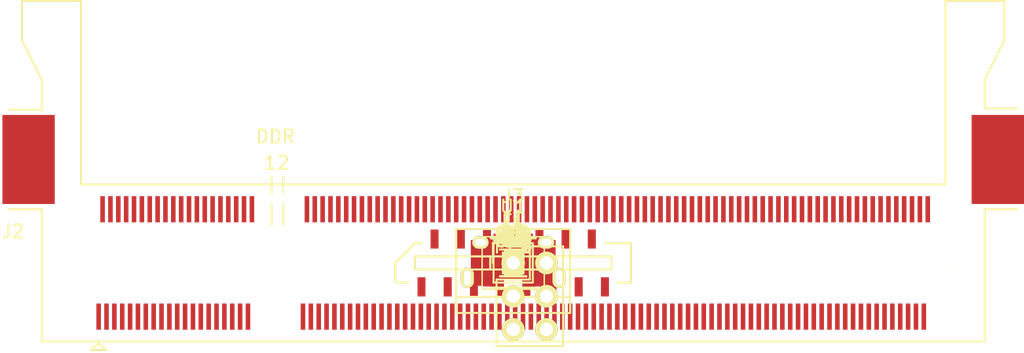
<source format=kicad_pcb>
(kicad_pcb (version 4) (host pcbnew 4.0.2-stable)

  (general
    (links 197)
    (no_connects 147)
    (area 64.694999 69.774999 196.955001 125.805001)
    (thickness 1.6)
    (drawings 0)
    (tracks 0)
    (zones 0)
    (modules 54)
    (nets 155)
  )

  (page A4)
  (layers
    (0 F.Cu signal)
    (31 B.Cu signal)
    (32 B.Adhes user)
    (33 F.Adhes user)
    (34 B.Paste user)
    (35 F.Paste user)
    (36 B.SilkS user)
    (37 F.SilkS user)
    (38 B.Mask user)
    (39 F.Mask user)
    (40 Dwgs.User user)
    (41 Cmts.User user)
    (42 Eco1.User user)
    (43 Eco2.User user)
    (44 Edge.Cuts user)
    (45 Margin user)
    (46 B.CrtYd user)
    (47 F.CrtYd user)
    (48 B.Fab user)
    (49 F.Fab user)
  )

  (setup
    (last_trace_width 0.25)
    (trace_clearance 0.2)
    (zone_clearance 0.508)
    (zone_45_only no)
    (trace_min 0.2)
    (segment_width 0.2)
    (edge_width 0.15)
    (via_size 0.6)
    (via_drill 0.4)
    (via_min_size 0.4)
    (via_min_drill 0.3)
    (uvia_size 0.3)
    (uvia_drill 0.1)
    (uvias_allowed no)
    (uvia_min_size 0.2)
    (uvia_min_drill 0.1)
    (pcb_text_width 0.3)
    (pcb_text_size 1.5 1.5)
    (mod_edge_width 0.15)
    (mod_text_size 1 1)
    (mod_text_width 0.15)
    (pad_size 1.524 1.524)
    (pad_drill 0.762)
    (pad_to_mask_clearance 0.2)
    (aux_axis_origin 0 0)
    (visible_elements 7FFFFFFF)
    (pcbplotparams
      (layerselection 0x00030_80000001)
      (usegerberextensions false)
      (excludeedgelayer true)
      (linewidth 0.100000)
      (plotframeref false)
      (viasonmask false)
      (mode 1)
      (useauxorigin false)
      (hpglpennumber 1)
      (hpglpenspeed 20)
      (hpglpendiameter 15)
      (hpglpenoverlay 2)
      (psnegative false)
      (psa4output false)
      (plotreference true)
      (plotvalue true)
      (plotinvisibletext false)
      (padsonsilk false)
      (subtractmaskfromsilk false)
      (outputformat 1)
      (mirror false)
      (drillshape 1)
      (scaleselection 1)
      (outputdirectory ""))
  )

  (net 0 "")
  (net 1 "Net-(C1-Pad1)")
  (net 2 GND)
  (net 3 +5V)
  (net 4 /CM_VBAT)
  (net 5 /CM_3V3)
  (net 6 +3V3)
  (net 7 "Net-(C8-Pad1)")
  (net 8 +2V5)
  (net 9 /CM_1V8)
  (net 10 +1V8)
  (net 11 /GPIO0-27_VREF)
  (net 12 /GPIO28-45_VREF)
  (net 13 "Net-(D1-Pad2)")
  (net 14 "Net-(D2-Pad1)")
  (net 15 "Net-(D2-Pad2)")
  (net 16 "Net-(F1-Pad1)")
  (net 17 "Net-(J1-Pad2)")
  (net 18 "Net-(J1-Pad3)")
  (net 19 "Net-(J1-Pad4)")
  (net 20 CD1_SDA)
  (net 21 CD1_SCL)
  (net 22 CAM1_IO1)
  (net 23 CAM1_IO0)
  (net 24 "Net-(J2-Pad15)")
  (net 25 "Net-(J2-Pad17)")
  (net 26 "Net-(J2-Pad21)")
  (net 27 "Net-(J2-Pad23)")
  (net 28 "Net-(J2-Pad27)")
  (net 29 "Net-(J2-Pad29)")
  (net 30 "Net-(J2-Pad33)")
  (net 31 "Net-(J2-Pad35)")
  (net 32 "Net-(J2-Pad45)")
  (net 33 "Net-(J2-Pad47)")
  (net 34 "Net-(J2-Pad51)")
  (net 35 "Net-(J2-Pad53)")
  (net 36 "Net-(J2-Pad57)")
  (net 37 "Net-(J2-Pad59)")
  (net 38 "Net-(J2-Pad63)")
  (net 39 "Net-(J2-Pad65)")
  (net 40 "Net-(J2-Pad69)")
  (net 41 "Net-(J2-Pad71)")
  (net 42 "Net-(J2-Pad75)")
  (net 43 "Net-(J2-Pad77)")
  (net 44 "Net-(J2-Pad81)")
  (net 45 "Net-(J2-Pad83)")
  (net 46 "Net-(J2-Pad87)")
  (net 47 "Net-(J2-Pad89)")
  (net 48 "Net-(J2-Pad93)")
  (net 49 "Net-(J2-Pad95)")
  (net 50 "Net-(J2-Pad99)")
  (net 51 "Net-(J2-Pad101)")
  (net 52 "Net-(J2-Pad105)")
  (net 53 "Net-(J2-Pad107)")
  (net 54 "Net-(J2-Pad111)")
  (net 55 "Net-(J2-Pad113)")
  (net 56 "Net-(J2-Pad117)")
  (net 57 "Net-(J2-Pad119)")
  (net 58 "Net-(J2-Pad123)")
  (net 59 "Net-(J2-Pad125)")
  (net 60 "Net-(J2-Pad129)")
  (net 61 "Net-(J2-Pad131)")
  (net 62 "Net-(J2-Pad135)")
  (net 63 "Net-(J2-Pad137)")
  (net 64 "Net-(J2-Pad141)")
  (net 65 "Net-(J2-Pad143)")
  (net 66 CAM1_CP)
  (net 67 CAM1_CN)
  (net 68 CAM1_DP1)
  (net 69 CAM1_DN1)
  (net 70 CAM1_DP0)
  (net 71 CAM1_DN0)
  (net 72 "Net-(J2-Pad165)")
  (net 73 "Net-(J2-Pad167)")
  (net 74 "Net-(J2-Pad171)")
  (net 75 "Net-(J2-Pad173)")
  (net 76 "Net-(J2-Pad175)")
  (net 77 "Net-(J2-Pad177)")
  (net 78 "Net-(J2-Pad179)")
  (net 79 /CM_VDAC)
  (net 80 "Net-(J2-Pad2)")
  (net 81 "Net-(J2-Pad4)")
  (net 82 "Net-(J2-Pad6)")
  (net 83 "Net-(J2-Pad8)")
  (net 84 "Net-(J2-Pad10)")
  (net 85 "Net-(J2-Pad12)")
  (net 86 "Net-(J2-Pad14)")
  (net 87 "Net-(J2-Pad16)")
  (net 88 "Net-(J2-Pad18)")
  (net 89 "Net-(J2-Pad20)")
  (net 90 "Net-(J2-Pad22)")
  (net 91 "Net-(J2-Pad24)")
  (net 92 CD0_SDA)
  (net 93 CD0_SCL)
  (net 94 CAM0_IO1)
  (net 95 CAM0_IO0)
  (net 96 "Net-(J2-Pad46)")
  (net 97 "Net-(J2-Pad48)")
  (net 98 "Net-(J2-Pad52)")
  (net 99 "Net-(J2-Pad54)")
  (net 100 "Net-(J2-Pad58)")
  (net 101 "Net-(J2-Pad60)")
  (net 102 "Net-(J2-Pad64)")
  (net 103 "Net-(J2-Pad66)")
  (net 104 "Net-(J2-Pad70)")
  (net 105 "Net-(J2-Pad72)")
  (net 106 "Net-(J2-Pad76)")
  (net 107 "Net-(J2-Pad78)")
  (net 108 "Net-(J2-Pad82)")
  (net 109 "Net-(J2-Pad84)")
  (net 110 "Net-(J2-Pad88)")
  (net 111 /GPIO47_1V8)
  (net 112 "Net-(J2-Pad94)")
  (net 113 "Net-(J2-Pad96)")
  (net 114 "Net-(J2-Pad100)")
  (net 115 "Net-(J2-Pad102)")
  (net 116 "Net-(J2-Pad106)")
  (net 117 "Net-(J2-Pad108)")
  (net 118 "Net-(J2-Pad112)")
  (net 119 "Net-(J2-Pad114)")
  (net 120 "Net-(J2-Pad118)")
  (net 121 "Net-(J2-Pad120)")
  (net 122 "Net-(J2-Pad124)")
  (net 123 "Net-(J2-Pad126)")
  (net 124 "Net-(J2-Pad128)")
  (net 125 "Net-(J2-Pad130)")
  (net 126 "Net-(J2-Pad132)")
  (net 127 CAM0_DP0)
  (net 128 CAM0_DN0)
  (net 129 CAM0_CP)
  (net 130 CAM0_CN)
  (net 131 CAM0_DP1)
  (net 132 CAM0_DN1)
  (net 133 "Net-(J2-Pad154)")
  (net 134 "Net-(J2-Pad156)")
  (net 135 "Net-(J2-Pad158)")
  (net 136 "Net-(J2-Pad160)")
  (net 137 "Net-(J2-Pad162)")
  (net 138 "Net-(J2-Pad166)")
  (net 139 "Net-(J2-Pad168)")
  (net 140 "Net-(J2-Pad172)")
  (net 141 "Net-(J2-Pad174)")
  (net 142 "Net-(J2-Pad176)")
  (net 143 "Net-(J2-Pad178)")
  (net 144 "Net-(J2-Pad180)")
  (net 145 /VG0)
  (net 146 /VG1)
  (net 147 "Net-(L1-Pad1)")
  (net 148 "Net-(L2-Pad1)")
  (net 149 "Net-(R6-Pad2)")
  (net 150 "Net-(R7-Pad2)")
  (net 151 /GPIO47_CTL_1V8)
  (net 152 "Net-(R19-Pad2)")
  (net 153 "Net-(U1-Pad11)")
  (net 154 "Net-(U1-Pad5)")

  (net_class Default "これは標準のネット クラスです。"
    (clearance 0.2)
    (trace_width 0.25)
    (via_dia 0.6)
    (via_drill 0.4)
    (uvia_dia 0.3)
    (uvia_drill 0.1)
    (add_net +1V8)
    (add_net +2V5)
    (add_net +3V3)
    (add_net +5V)
    (add_net /CM_1V8)
    (add_net /CM_3V3)
    (add_net /CM_VBAT)
    (add_net /CM_VDAC)
    (add_net /GPIO0-27_VREF)
    (add_net /GPIO28-45_VREF)
    (add_net /GPIO47_1V8)
    (add_net /GPIO47_CTL_1V8)
    (add_net /VG0)
    (add_net /VG1)
    (add_net CAM0_CN)
    (add_net CAM0_CP)
    (add_net CAM0_DN0)
    (add_net CAM0_DN1)
    (add_net CAM0_DP0)
    (add_net CAM0_DP1)
    (add_net CAM0_IO0)
    (add_net CAM0_IO1)
    (add_net CAM1_CN)
    (add_net CAM1_CP)
    (add_net CAM1_DN0)
    (add_net CAM1_DN1)
    (add_net CAM1_DP0)
    (add_net CAM1_DP1)
    (add_net CAM1_IO0)
    (add_net CAM1_IO1)
    (add_net CD0_SCL)
    (add_net CD0_SDA)
    (add_net CD1_SCL)
    (add_net CD1_SDA)
    (add_net GND)
    (add_net "Net-(C1-Pad1)")
    (add_net "Net-(C8-Pad1)")
    (add_net "Net-(D1-Pad2)")
    (add_net "Net-(D2-Pad1)")
    (add_net "Net-(D2-Pad2)")
    (add_net "Net-(F1-Pad1)")
    (add_net "Net-(J1-Pad2)")
    (add_net "Net-(J1-Pad3)")
    (add_net "Net-(J1-Pad4)")
    (add_net "Net-(J2-Pad10)")
    (add_net "Net-(J2-Pad100)")
    (add_net "Net-(J2-Pad101)")
    (add_net "Net-(J2-Pad102)")
    (add_net "Net-(J2-Pad105)")
    (add_net "Net-(J2-Pad106)")
    (add_net "Net-(J2-Pad107)")
    (add_net "Net-(J2-Pad108)")
    (add_net "Net-(J2-Pad111)")
    (add_net "Net-(J2-Pad112)")
    (add_net "Net-(J2-Pad113)")
    (add_net "Net-(J2-Pad114)")
    (add_net "Net-(J2-Pad117)")
    (add_net "Net-(J2-Pad118)")
    (add_net "Net-(J2-Pad119)")
    (add_net "Net-(J2-Pad12)")
    (add_net "Net-(J2-Pad120)")
    (add_net "Net-(J2-Pad123)")
    (add_net "Net-(J2-Pad124)")
    (add_net "Net-(J2-Pad125)")
    (add_net "Net-(J2-Pad126)")
    (add_net "Net-(J2-Pad128)")
    (add_net "Net-(J2-Pad129)")
    (add_net "Net-(J2-Pad130)")
    (add_net "Net-(J2-Pad131)")
    (add_net "Net-(J2-Pad132)")
    (add_net "Net-(J2-Pad135)")
    (add_net "Net-(J2-Pad137)")
    (add_net "Net-(J2-Pad14)")
    (add_net "Net-(J2-Pad141)")
    (add_net "Net-(J2-Pad143)")
    (add_net "Net-(J2-Pad15)")
    (add_net "Net-(J2-Pad154)")
    (add_net "Net-(J2-Pad156)")
    (add_net "Net-(J2-Pad158)")
    (add_net "Net-(J2-Pad16)")
    (add_net "Net-(J2-Pad160)")
    (add_net "Net-(J2-Pad162)")
    (add_net "Net-(J2-Pad165)")
    (add_net "Net-(J2-Pad166)")
    (add_net "Net-(J2-Pad167)")
    (add_net "Net-(J2-Pad168)")
    (add_net "Net-(J2-Pad17)")
    (add_net "Net-(J2-Pad171)")
    (add_net "Net-(J2-Pad172)")
    (add_net "Net-(J2-Pad173)")
    (add_net "Net-(J2-Pad174)")
    (add_net "Net-(J2-Pad175)")
    (add_net "Net-(J2-Pad176)")
    (add_net "Net-(J2-Pad177)")
    (add_net "Net-(J2-Pad178)")
    (add_net "Net-(J2-Pad179)")
    (add_net "Net-(J2-Pad18)")
    (add_net "Net-(J2-Pad180)")
    (add_net "Net-(J2-Pad2)")
    (add_net "Net-(J2-Pad20)")
    (add_net "Net-(J2-Pad21)")
    (add_net "Net-(J2-Pad22)")
    (add_net "Net-(J2-Pad23)")
    (add_net "Net-(J2-Pad24)")
    (add_net "Net-(J2-Pad27)")
    (add_net "Net-(J2-Pad29)")
    (add_net "Net-(J2-Pad33)")
    (add_net "Net-(J2-Pad35)")
    (add_net "Net-(J2-Pad4)")
    (add_net "Net-(J2-Pad45)")
    (add_net "Net-(J2-Pad46)")
    (add_net "Net-(J2-Pad47)")
    (add_net "Net-(J2-Pad48)")
    (add_net "Net-(J2-Pad51)")
    (add_net "Net-(J2-Pad52)")
    (add_net "Net-(J2-Pad53)")
    (add_net "Net-(J2-Pad54)")
    (add_net "Net-(J2-Pad57)")
    (add_net "Net-(J2-Pad58)")
    (add_net "Net-(J2-Pad59)")
    (add_net "Net-(J2-Pad6)")
    (add_net "Net-(J2-Pad60)")
    (add_net "Net-(J2-Pad63)")
    (add_net "Net-(J2-Pad64)")
    (add_net "Net-(J2-Pad65)")
    (add_net "Net-(J2-Pad66)")
    (add_net "Net-(J2-Pad69)")
    (add_net "Net-(J2-Pad70)")
    (add_net "Net-(J2-Pad71)")
    (add_net "Net-(J2-Pad72)")
    (add_net "Net-(J2-Pad75)")
    (add_net "Net-(J2-Pad76)")
    (add_net "Net-(J2-Pad77)")
    (add_net "Net-(J2-Pad78)")
    (add_net "Net-(J2-Pad8)")
    (add_net "Net-(J2-Pad81)")
    (add_net "Net-(J2-Pad82)")
    (add_net "Net-(J2-Pad83)")
    (add_net "Net-(J2-Pad84)")
    (add_net "Net-(J2-Pad87)")
    (add_net "Net-(J2-Pad88)")
    (add_net "Net-(J2-Pad89)")
    (add_net "Net-(J2-Pad93)")
    (add_net "Net-(J2-Pad94)")
    (add_net "Net-(J2-Pad95)")
    (add_net "Net-(J2-Pad96)")
    (add_net "Net-(J2-Pad99)")
    (add_net "Net-(L1-Pad1)")
    (add_net "Net-(L2-Pad1)")
    (add_net "Net-(R19-Pad2)")
    (add_net "Net-(R6-Pad2)")
    (add_net "Net-(R7-Pad2)")
    (add_net "Net-(U1-Pad11)")
    (add_net "Net-(U1-Pad5)")
  )

  (module Capacitors_SMD:C_0402 (layer F.Cu) (tedit 5415D599) (tstamp 57B9B696)
    (at 148.5011 105.0036)
    (descr "Capacitor SMD 0402, reflow soldering, AVX (see smccp.pdf)")
    (tags "capacitor 0402")
    (path /57B6A7F6)
    (attr smd)
    (fp_text reference C1 (at 0 -1.7) (layer F.SilkS)
      (effects (font (size 1 1) (thickness 0.15)))
    )
    (fp_text value 100n (at 0 1.7) (layer F.Fab)
      (effects (font (size 1 1) (thickness 0.15)))
    )
    (fp_line (start -1.15 -0.6) (end 1.15 -0.6) (layer F.CrtYd) (width 0.05))
    (fp_line (start -1.15 0.6) (end 1.15 0.6) (layer F.CrtYd) (width 0.05))
    (fp_line (start -1.15 -0.6) (end -1.15 0.6) (layer F.CrtYd) (width 0.05))
    (fp_line (start 1.15 -0.6) (end 1.15 0.6) (layer F.CrtYd) (width 0.05))
    (fp_line (start 0.25 -0.475) (end -0.25 -0.475) (layer F.SilkS) (width 0.15))
    (fp_line (start -0.25 0.475) (end 0.25 0.475) (layer F.SilkS) (width 0.15))
    (pad 1 smd rect (at -0.55 0) (size 0.6 0.5) (layers F.Cu F.Paste F.Mask)
      (net 1 "Net-(C1-Pad1)"))
    (pad 2 smd rect (at 0.55 0) (size 0.6 0.5) (layers F.Cu F.Paste F.Mask)
      (net 2 GND))
    (model Capacitors_SMD.3dshapes/C_0402.wrl
      (at (xyz 0 0 0))
      (scale (xyz 1 1 1))
      (rotate (xyz 0 0 0))
    )
  )

  (module Capacitors_SMD:C_0805 (layer F.Cu) (tedit 5415D6EA) (tstamp 57B9B69C)
    (at 148.5011 105.0036)
    (descr "Capacitor SMD 0805, reflow soldering, AVX (see smccp.pdf)")
    (tags "capacitor 0805")
    (path /57B6B527)
    (attr smd)
    (fp_text reference C2 (at 0 -2.1) (layer F.SilkS)
      (effects (font (size 1 1) (thickness 0.15)))
    )
    (fp_text value 10u (at 0 2.1) (layer F.Fab)
      (effects (font (size 1 1) (thickness 0.15)))
    )
    (fp_line (start -1.8 -1) (end 1.8 -1) (layer F.CrtYd) (width 0.05))
    (fp_line (start -1.8 1) (end 1.8 1) (layer F.CrtYd) (width 0.05))
    (fp_line (start -1.8 -1) (end -1.8 1) (layer F.CrtYd) (width 0.05))
    (fp_line (start 1.8 -1) (end 1.8 1) (layer F.CrtYd) (width 0.05))
    (fp_line (start 0.5 -0.85) (end -0.5 -0.85) (layer F.SilkS) (width 0.15))
    (fp_line (start -0.5 0.85) (end 0.5 0.85) (layer F.SilkS) (width 0.15))
    (pad 1 smd rect (at -1 0) (size 1 1.25) (layers F.Cu F.Paste F.Mask)
      (net 3 +5V))
    (pad 2 smd rect (at 1 0) (size 1 1.25) (layers F.Cu F.Paste F.Mask)
      (net 2 GND))
    (model Capacitors_SMD.3dshapes/C_0805.wrl
      (at (xyz 0 0 0))
      (scale (xyz 1 1 1))
      (rotate (xyz 0 0 0))
    )
  )

  (module Capacitors_SMD:C_1206 (layer F.Cu) (tedit 5415D7BD) (tstamp 57B9B6A2)
    (at 148.5011 105.0036)
    (descr "Capacitor SMD 1206, reflow soldering, AVX (see smccp.pdf)")
    (tags "capacitor 1206")
    (path /57B83CA9)
    (attr smd)
    (fp_text reference C3 (at 0 -2.3) (layer F.SilkS)
      (effects (font (size 1 1) (thickness 0.15)))
    )
    (fp_text value 47u (at 0 2.3) (layer F.Fab)
      (effects (font (size 1 1) (thickness 0.15)))
    )
    (fp_line (start -2.3 -1.15) (end 2.3 -1.15) (layer F.CrtYd) (width 0.05))
    (fp_line (start -2.3 1.15) (end 2.3 1.15) (layer F.CrtYd) (width 0.05))
    (fp_line (start -2.3 -1.15) (end -2.3 1.15) (layer F.CrtYd) (width 0.05))
    (fp_line (start 2.3 -1.15) (end 2.3 1.15) (layer F.CrtYd) (width 0.05))
    (fp_line (start 1 -1.025) (end -1 -1.025) (layer F.SilkS) (width 0.15))
    (fp_line (start -1 1.025) (end 1 1.025) (layer F.SilkS) (width 0.15))
    (pad 1 smd rect (at -1.5 0) (size 1 1.6) (layers F.Cu F.Paste F.Mask)
      (net 4 /CM_VBAT))
    (pad 2 smd rect (at 1.5 0) (size 1 1.6) (layers F.Cu F.Paste F.Mask)
      (net 2 GND))
    (model Capacitors_SMD.3dshapes/C_1206.wrl
      (at (xyz 0 0 0))
      (scale (xyz 1 1 1))
      (rotate (xyz 0 0 0))
    )
  )

  (module Capacitors_SMD:C_0805 (layer F.Cu) (tedit 5415D6EA) (tstamp 57B9B6A8)
    (at 148.5011 105.0036)
    (descr "Capacitor SMD 0805, reflow soldering, AVX (see smccp.pdf)")
    (tags "capacitor 0805")
    (path /57B6B883)
    (attr smd)
    (fp_text reference C4 (at 0 -2.1) (layer F.SilkS)
      (effects (font (size 1 1) (thickness 0.15)))
    )
    (fp_text value 10u (at 0 2.1) (layer F.Fab)
      (effects (font (size 1 1) (thickness 0.15)))
    )
    (fp_line (start -1.8 -1) (end 1.8 -1) (layer F.CrtYd) (width 0.05))
    (fp_line (start -1.8 1) (end 1.8 1) (layer F.CrtYd) (width 0.05))
    (fp_line (start -1.8 -1) (end -1.8 1) (layer F.CrtYd) (width 0.05))
    (fp_line (start 1.8 -1) (end 1.8 1) (layer F.CrtYd) (width 0.05))
    (fp_line (start 0.5 -0.85) (end -0.5 -0.85) (layer F.SilkS) (width 0.15))
    (fp_line (start -0.5 0.85) (end 0.5 0.85) (layer F.SilkS) (width 0.15))
    (pad 1 smd rect (at -1 0) (size 1 1.25) (layers F.Cu F.Paste F.Mask)
      (net 3 +5V))
    (pad 2 smd rect (at 1 0) (size 1 1.25) (layers F.Cu F.Paste F.Mask)
      (net 2 GND))
    (model Capacitors_SMD.3dshapes/C_0805.wrl
      (at (xyz 0 0 0))
      (scale (xyz 1 1 1))
      (rotate (xyz 0 0 0))
    )
  )

  (module Capacitors_SMD:C_1206 (layer F.Cu) (tedit 5415D7BD) (tstamp 57B9B6AE)
    (at 148.5011 105.0036)
    (descr "Capacitor SMD 1206, reflow soldering, AVX (see smccp.pdf)")
    (tags "capacitor 1206")
    (path /57B68E76)
    (attr smd)
    (fp_text reference C5 (at 0 -2.3) (layer F.SilkS)
      (effects (font (size 1 1) (thickness 0.15)))
    )
    (fp_text value 47u (at 0 2.3) (layer F.Fab)
      (effects (font (size 1 1) (thickness 0.15)))
    )
    (fp_line (start -2.3 -1.15) (end 2.3 -1.15) (layer F.CrtYd) (width 0.05))
    (fp_line (start -2.3 1.15) (end 2.3 1.15) (layer F.CrtYd) (width 0.05))
    (fp_line (start -2.3 -1.15) (end -2.3 1.15) (layer F.CrtYd) (width 0.05))
    (fp_line (start 2.3 -1.15) (end 2.3 1.15) (layer F.CrtYd) (width 0.05))
    (fp_line (start 1 -1.025) (end -1 -1.025) (layer F.SilkS) (width 0.15))
    (fp_line (start -1 1.025) (end 1 1.025) (layer F.SilkS) (width 0.15))
    (pad 1 smd rect (at -1.5 0) (size 1 1.6) (layers F.Cu F.Paste F.Mask)
      (net 3 +5V))
    (pad 2 smd rect (at 1.5 0) (size 1 1.6) (layers F.Cu F.Paste F.Mask)
      (net 2 GND))
    (model Capacitors_SMD.3dshapes/C_1206.wrl
      (at (xyz 0 0 0))
      (scale (xyz 1 1 1))
      (rotate (xyz 0 0 0))
    )
  )

  (module Capacitors_SMD:C_1206 (layer F.Cu) (tedit 5415D7BD) (tstamp 57B9B6B4)
    (at 148.5011 105.0036)
    (descr "Capacitor SMD 1206, reflow soldering, AVX (see smccp.pdf)")
    (tags "capacitor 1206")
    (path /57B852CC)
    (attr smd)
    (fp_text reference C6 (at 0 -2.3) (layer F.SilkS)
      (effects (font (size 1 1) (thickness 0.15)))
    )
    (fp_text value 47u (at 0 2.3) (layer F.Fab)
      (effects (font (size 1 1) (thickness 0.15)))
    )
    (fp_line (start -2.3 -1.15) (end 2.3 -1.15) (layer F.CrtYd) (width 0.05))
    (fp_line (start -2.3 1.15) (end 2.3 1.15) (layer F.CrtYd) (width 0.05))
    (fp_line (start -2.3 -1.15) (end -2.3 1.15) (layer F.CrtYd) (width 0.05))
    (fp_line (start 2.3 -1.15) (end 2.3 1.15) (layer F.CrtYd) (width 0.05))
    (fp_line (start 1 -1.025) (end -1 -1.025) (layer F.SilkS) (width 0.15))
    (fp_line (start -1 1.025) (end 1 1.025) (layer F.SilkS) (width 0.15))
    (pad 1 smd rect (at -1.5 0) (size 1 1.6) (layers F.Cu F.Paste F.Mask)
      (net 5 /CM_3V3))
    (pad 2 smd rect (at 1.5 0) (size 1 1.6) (layers F.Cu F.Paste F.Mask)
      (net 2 GND))
    (model Capacitors_SMD.3dshapes/C_1206.wrl
      (at (xyz 0 0 0))
      (scale (xyz 1 1 1))
      (rotate (xyz 0 0 0))
    )
  )

  (module Capacitors_SMD:C_0402 (layer F.Cu) (tedit 5415D599) (tstamp 57B9B6BA)
    (at 148.5011 105.0036)
    (descr "Capacitor SMD 0402, reflow soldering, AVX (see smccp.pdf)")
    (tags "capacitor 0402")
    (path /57B7D652)
    (attr smd)
    (fp_text reference C7 (at 0 -1.7) (layer F.SilkS)
      (effects (font (size 1 1) (thickness 0.15)))
    )
    (fp_text value 1u (at 0 1.7) (layer F.Fab)
      (effects (font (size 1 1) (thickness 0.15)))
    )
    (fp_line (start -1.15 -0.6) (end 1.15 -0.6) (layer F.CrtYd) (width 0.05))
    (fp_line (start -1.15 0.6) (end 1.15 0.6) (layer F.CrtYd) (width 0.05))
    (fp_line (start -1.15 -0.6) (end -1.15 0.6) (layer F.CrtYd) (width 0.05))
    (fp_line (start 1.15 -0.6) (end 1.15 0.6) (layer F.CrtYd) (width 0.05))
    (fp_line (start 0.25 -0.475) (end -0.25 -0.475) (layer F.SilkS) (width 0.15))
    (fp_line (start -0.25 0.475) (end 0.25 0.475) (layer F.SilkS) (width 0.15))
    (pad 1 smd rect (at -0.55 0) (size 0.6 0.5) (layers F.Cu F.Paste F.Mask)
      (net 6 +3V3))
    (pad 2 smd rect (at 0.55 0) (size 0.6 0.5) (layers F.Cu F.Paste F.Mask)
      (net 2 GND))
    (model Capacitors_SMD.3dshapes/C_0402.wrl
      (at (xyz 0 0 0))
      (scale (xyz 1 1 1))
      (rotate (xyz 0 0 0))
    )
  )

  (module Capacitors_SMD:C_0402 (layer F.Cu) (tedit 5415D599) (tstamp 57B9B6C0)
    (at 148.5011 105.0036)
    (descr "Capacitor SMD 0402, reflow soldering, AVX (see smccp.pdf)")
    (tags "capacitor 0402")
    (path /57B7D6A9)
    (attr smd)
    (fp_text reference C8 (at 0 -1.7) (layer F.SilkS)
      (effects (font (size 1 1) (thickness 0.15)))
    )
    (fp_text value 100n (at 0 1.7) (layer F.Fab)
      (effects (font (size 1 1) (thickness 0.15)))
    )
    (fp_line (start -1.15 -0.6) (end 1.15 -0.6) (layer F.CrtYd) (width 0.05))
    (fp_line (start -1.15 0.6) (end 1.15 0.6) (layer F.CrtYd) (width 0.05))
    (fp_line (start -1.15 -0.6) (end -1.15 0.6) (layer F.CrtYd) (width 0.05))
    (fp_line (start 1.15 -0.6) (end 1.15 0.6) (layer F.CrtYd) (width 0.05))
    (fp_line (start 0.25 -0.475) (end -0.25 -0.475) (layer F.SilkS) (width 0.15))
    (fp_line (start -0.25 0.475) (end 0.25 0.475) (layer F.SilkS) (width 0.15))
    (pad 1 smd rect (at -0.55 0) (size 0.6 0.5) (layers F.Cu F.Paste F.Mask)
      (net 7 "Net-(C8-Pad1)"))
    (pad 2 smd rect (at 0.55 0) (size 0.6 0.5) (layers F.Cu F.Paste F.Mask)
      (net 2 GND))
    (model Capacitors_SMD.3dshapes/C_0402.wrl
      (at (xyz 0 0 0))
      (scale (xyz 1 1 1))
      (rotate (xyz 0 0 0))
    )
  )

  (module Capacitors_SMD:C_0603 (layer F.Cu) (tedit 5415D631) (tstamp 57B9B6C6)
    (at 148.5011 105.0036)
    (descr "Capacitor SMD 0603, reflow soldering, AVX (see smccp.pdf)")
    (tags "capacitor 0603")
    (path /57B7F0E3)
    (attr smd)
    (fp_text reference C9 (at 0 -1.9) (layer F.SilkS)
      (effects (font (size 1 1) (thickness 0.15)))
    )
    (fp_text value 4.7u (at 0 1.9) (layer F.Fab)
      (effects (font (size 1 1) (thickness 0.15)))
    )
    (fp_line (start -1.45 -0.75) (end 1.45 -0.75) (layer F.CrtYd) (width 0.05))
    (fp_line (start -1.45 0.75) (end 1.45 0.75) (layer F.CrtYd) (width 0.05))
    (fp_line (start -1.45 -0.75) (end -1.45 0.75) (layer F.CrtYd) (width 0.05))
    (fp_line (start 1.45 -0.75) (end 1.45 0.75) (layer F.CrtYd) (width 0.05))
    (fp_line (start -0.35 -0.6) (end 0.35 -0.6) (layer F.SilkS) (width 0.15))
    (fp_line (start 0.35 0.6) (end -0.35 0.6) (layer F.SilkS) (width 0.15))
    (pad 1 smd rect (at -0.75 0) (size 0.8 0.75) (layers F.Cu F.Paste F.Mask)
      (net 8 +2V5))
    (pad 2 smd rect (at 0.75 0) (size 0.8 0.75) (layers F.Cu F.Paste F.Mask)
      (net 2 GND))
    (model Capacitors_SMD.3dshapes/C_0603.wrl
      (at (xyz 0 0 0))
      (scale (xyz 1 1 1))
      (rotate (xyz 0 0 0))
    )
  )

  (module Capacitors_SMD:C_0805 (layer F.Cu) (tedit 5415D6EA) (tstamp 57B9B6CC)
    (at 148.5011 105.0036)
    (descr "Capacitor SMD 0805, reflow soldering, AVX (see smccp.pdf)")
    (tags "capacitor 0805")
    (path /57B75B3C)
    (attr smd)
    (fp_text reference C10 (at 0 -2.1) (layer F.SilkS)
      (effects (font (size 1 1) (thickness 0.15)))
    )
    (fp_text value 10u (at 0 2.1) (layer F.Fab)
      (effects (font (size 1 1) (thickness 0.15)))
    )
    (fp_line (start -1.8 -1) (end 1.8 -1) (layer F.CrtYd) (width 0.05))
    (fp_line (start -1.8 1) (end 1.8 1) (layer F.CrtYd) (width 0.05))
    (fp_line (start -1.8 -1) (end -1.8 1) (layer F.CrtYd) (width 0.05))
    (fp_line (start 1.8 -1) (end 1.8 1) (layer F.CrtYd) (width 0.05))
    (fp_line (start 0.5 -0.85) (end -0.5 -0.85) (layer F.SilkS) (width 0.15))
    (fp_line (start -0.5 0.85) (end 0.5 0.85) (layer F.SilkS) (width 0.15))
    (pad 1 smd rect (at -1 0) (size 1 1.25) (layers F.Cu F.Paste F.Mask)
      (net 6 +3V3))
    (pad 2 smd rect (at 1 0) (size 1 1.25) (layers F.Cu F.Paste F.Mask)
      (net 2 GND))
    (model Capacitors_SMD.3dshapes/C_0805.wrl
      (at (xyz 0 0 0))
      (scale (xyz 1 1 1))
      (rotate (xyz 0 0 0))
    )
  )

  (module Capacitors_SMD:C_1206 (layer F.Cu) (tedit 5415D7BD) (tstamp 57B9B6D2)
    (at 148.5011 105.0036)
    (descr "Capacitor SMD 1206, reflow soldering, AVX (see smccp.pdf)")
    (tags "capacitor 1206")
    (path /57B870E0)
    (attr smd)
    (fp_text reference C11 (at 0 -2.3) (layer F.SilkS)
      (effects (font (size 1 1) (thickness 0.15)))
    )
    (fp_text value 47u (at 0 2.3) (layer F.Fab)
      (effects (font (size 1 1) (thickness 0.15)))
    )
    (fp_line (start -2.3 -1.15) (end 2.3 -1.15) (layer F.CrtYd) (width 0.05))
    (fp_line (start -2.3 1.15) (end 2.3 1.15) (layer F.CrtYd) (width 0.05))
    (fp_line (start -2.3 -1.15) (end -2.3 1.15) (layer F.CrtYd) (width 0.05))
    (fp_line (start 2.3 -1.15) (end 2.3 1.15) (layer F.CrtYd) (width 0.05))
    (fp_line (start 1 -1.025) (end -1 -1.025) (layer F.SilkS) (width 0.15))
    (fp_line (start -1 1.025) (end 1 1.025) (layer F.SilkS) (width 0.15))
    (pad 1 smd rect (at -1.5 0) (size 1 1.6) (layers F.Cu F.Paste F.Mask)
      (net 9 /CM_1V8))
    (pad 2 smd rect (at 1.5 0) (size 1 1.6) (layers F.Cu F.Paste F.Mask)
      (net 2 GND))
    (model Capacitors_SMD.3dshapes/C_1206.wrl
      (at (xyz 0 0 0))
      (scale (xyz 1 1 1))
      (rotate (xyz 0 0 0))
    )
  )

  (module Capacitors_SMD:C_0805 (layer F.Cu) (tedit 5415D6EA) (tstamp 57B9B6D8)
    (at 148.5011 105.0036)
    (descr "Capacitor SMD 0805, reflow soldering, AVX (see smccp.pdf)")
    (tags "capacitor 0805")
    (path /57B75BBC)
    (attr smd)
    (fp_text reference C12 (at 0 -2.1) (layer F.SilkS)
      (effects (font (size 1 1) (thickness 0.15)))
    )
    (fp_text value 10u (at 0 2.1) (layer F.Fab)
      (effects (font (size 1 1) (thickness 0.15)))
    )
    (fp_line (start -1.8 -1) (end 1.8 -1) (layer F.CrtYd) (width 0.05))
    (fp_line (start -1.8 1) (end 1.8 1) (layer F.CrtYd) (width 0.05))
    (fp_line (start -1.8 -1) (end -1.8 1) (layer F.CrtYd) (width 0.05))
    (fp_line (start 1.8 -1) (end 1.8 1) (layer F.CrtYd) (width 0.05))
    (fp_line (start 0.5 -0.85) (end -0.5 -0.85) (layer F.SilkS) (width 0.15))
    (fp_line (start -0.5 0.85) (end 0.5 0.85) (layer F.SilkS) (width 0.15))
    (pad 1 smd rect (at -1 0) (size 1 1.25) (layers F.Cu F.Paste F.Mask)
      (net 10 +1V8))
    (pad 2 smd rect (at 1 0) (size 1 1.25) (layers F.Cu F.Paste F.Mask)
      (net 2 GND))
    (model Capacitors_SMD.3dshapes/C_0805.wrl
      (at (xyz 0 0 0))
      (scale (xyz 1 1 1))
      (rotate (xyz 0 0 0))
    )
  )

  (module Capacitors_SMD:C_0402 (layer F.Cu) (tedit 5415D599) (tstamp 57B9B6DE)
    (at 148.5011 105.0036)
    (descr "Capacitor SMD 0402, reflow soldering, AVX (see smccp.pdf)")
    (tags "capacitor 0402")
    (path /57B9469A)
    (attr smd)
    (fp_text reference C13 (at 0 -1.7) (layer F.SilkS)
      (effects (font (size 1 1) (thickness 0.15)))
    )
    (fp_text value 1u (at 0 1.7) (layer F.Fab)
      (effects (font (size 1 1) (thickness 0.15)))
    )
    (fp_line (start -1.15 -0.6) (end 1.15 -0.6) (layer F.CrtYd) (width 0.05))
    (fp_line (start -1.15 0.6) (end 1.15 0.6) (layer F.CrtYd) (width 0.05))
    (fp_line (start -1.15 -0.6) (end -1.15 0.6) (layer F.CrtYd) (width 0.05))
    (fp_line (start 1.15 -0.6) (end 1.15 0.6) (layer F.CrtYd) (width 0.05))
    (fp_line (start 0.25 -0.475) (end -0.25 -0.475) (layer F.SilkS) (width 0.15))
    (fp_line (start -0.25 0.475) (end 0.25 0.475) (layer F.SilkS) (width 0.15))
    (pad 1 smd rect (at -0.55 0) (size 0.6 0.5) (layers F.Cu F.Paste F.Mask)
      (net 2 GND))
    (pad 2 smd rect (at 0.55 0) (size 0.6 0.5) (layers F.Cu F.Paste F.Mask)
      (net 11 /GPIO0-27_VREF))
    (model Capacitors_SMD.3dshapes/C_0402.wrl
      (at (xyz 0 0 0))
      (scale (xyz 1 1 1))
      (rotate (xyz 0 0 0))
    )
  )

  (module Capacitors_SMD:C_0402 (layer F.Cu) (tedit 5415D599) (tstamp 57B9B6E4)
    (at 148.5011 105.0036)
    (descr "Capacitor SMD 0402, reflow soldering, AVX (see smccp.pdf)")
    (tags "capacitor 0402")
    (path /57B96BBA)
    (attr smd)
    (fp_text reference C14 (at 0 -1.7) (layer F.SilkS)
      (effects (font (size 1 1) (thickness 0.15)))
    )
    (fp_text value 1u (at 0 1.7) (layer F.Fab)
      (effects (font (size 1 1) (thickness 0.15)))
    )
    (fp_line (start -1.15 -0.6) (end 1.15 -0.6) (layer F.CrtYd) (width 0.05))
    (fp_line (start -1.15 0.6) (end 1.15 0.6) (layer F.CrtYd) (width 0.05))
    (fp_line (start -1.15 -0.6) (end -1.15 0.6) (layer F.CrtYd) (width 0.05))
    (fp_line (start 1.15 -0.6) (end 1.15 0.6) (layer F.CrtYd) (width 0.05))
    (fp_line (start 0.25 -0.475) (end -0.25 -0.475) (layer F.SilkS) (width 0.15))
    (fp_line (start -0.25 0.475) (end 0.25 0.475) (layer F.SilkS) (width 0.15))
    (pad 1 smd rect (at -0.55 0) (size 0.6 0.5) (layers F.Cu F.Paste F.Mask)
      (net 12 /GPIO28-45_VREF))
    (pad 2 smd rect (at 0.55 0) (size 0.6 0.5) (layers F.Cu F.Paste F.Mask)
      (net 2 GND))
    (model Capacitors_SMD.3dshapes/C_0402.wrl
      (at (xyz 0 0 0))
      (scale (xyz 1 1 1))
      (rotate (xyz 0 0 0))
    )
  )

  (module KiCad-Pcblib_semi:LED-0603 (layer F.Cu) (tedit 560FE226) (tstamp 57B9B6EA)
    (at 148.5011 105.0036)
    (path /57B81E24)
    (attr smd)
    (fp_text reference D1 (at 0 0) (layer F.SilkS)
      (effects (font (size 0.8 0.8) (thickness 0.15)))
    )
    (fp_text value RED (at 0 0) (layer F.Fab)
      (effects (font (size 0.8 0.8) (thickness 0.15)))
    )
    (fp_line (start -1.5 -0.75) (end -1.5 0.75) (layer F.Fab) (width 0.15))
    (fp_line (start -1.75 0.75) (end -1.75 -0.75) (layer F.Fab) (width 0.15))
    (fp_line (start 1.75 0.75) (end -1.75 0.75) (layer F.Fab) (width 0.15))
    (fp_line (start 1.75 -0.75) (end 1.75 0.75) (layer F.Fab) (width 0.15))
    (fp_line (start -1.75 -0.75) (end 1.75 -0.75) (layer F.Fab) (width 0.15))
    (fp_line (start 0.25 0.25) (end -0.25 0.25) (layer F.SilkS) (width 0.15))
    (fp_line (start -0.25 -0.25) (end 0.25 -0.25) (layer F.SilkS) (width 0.15))
    (fp_line (start -1.75 -0.5) (end -1.75 0.5) (layer F.SilkS) (width 0.15))
    (fp_line (start -1.75 -0.75) (end 1.75 -0.75) (layer F.CrtYd) (width 0.15))
    (fp_line (start 1.75 -0.75) (end 1.75 0.75) (layer F.CrtYd) (width 0.15))
    (fp_line (start 1.75 0.75) (end -1.75 0.75) (layer F.CrtYd) (width 0.15))
    (fp_line (start -1.75 0.75) (end -1.75 -0.75) (layer F.CrtYd) (width 0.15))
    (pad 1 smd rect (at -0.89916 0) (size 0.89916 0.8001) (layers F.Cu F.Paste F.Mask)
      (net 2 GND))
    (pad 2 smd rect (at 0.89916 0) (size 0.89916 0.8001) (layers F.Cu F.Paste F.Mask)
      (net 13 "Net-(D1-Pad2)"))
    (model smd_leds/led_0603.wrl
      (at (xyz 0 0 0))
      (scale (xyz 1 1 1))
      (rotate (xyz 0 0 180))
    )
  )

  (module KiCad-Pcblib_semi:LED-0603 (layer F.Cu) (tedit 560FE226) (tstamp 57B9B6F0)
    (at 148.5011 105.0036)
    (path /57BD7B38)
    (attr smd)
    (fp_text reference D2 (at 0 0) (layer F.SilkS)
      (effects (font (size 0.8 0.8) (thickness 0.15)))
    )
    (fp_text value GREEN (at 0 0) (layer F.Fab)
      (effects (font (size 0.8 0.8) (thickness 0.15)))
    )
    (fp_line (start -1.5 -0.75) (end -1.5 0.75) (layer F.Fab) (width 0.15))
    (fp_line (start -1.75 0.75) (end -1.75 -0.75) (layer F.Fab) (width 0.15))
    (fp_line (start 1.75 0.75) (end -1.75 0.75) (layer F.Fab) (width 0.15))
    (fp_line (start 1.75 -0.75) (end 1.75 0.75) (layer F.Fab) (width 0.15))
    (fp_line (start -1.75 -0.75) (end 1.75 -0.75) (layer F.Fab) (width 0.15))
    (fp_line (start 0.25 0.25) (end -0.25 0.25) (layer F.SilkS) (width 0.15))
    (fp_line (start -0.25 -0.25) (end 0.25 -0.25) (layer F.SilkS) (width 0.15))
    (fp_line (start -1.75 -0.5) (end -1.75 0.5) (layer F.SilkS) (width 0.15))
    (fp_line (start -1.75 -0.75) (end 1.75 -0.75) (layer F.CrtYd) (width 0.15))
    (fp_line (start 1.75 -0.75) (end 1.75 0.75) (layer F.CrtYd) (width 0.15))
    (fp_line (start 1.75 0.75) (end -1.75 0.75) (layer F.CrtYd) (width 0.15))
    (fp_line (start -1.75 0.75) (end -1.75 -0.75) (layer F.CrtYd) (width 0.15))
    (pad 1 smd rect (at -0.89916 0) (size 0.89916 0.8001) (layers F.Cu F.Paste F.Mask)
      (net 14 "Net-(D2-Pad1)"))
    (pad 2 smd rect (at 0.89916 0) (size 0.89916 0.8001) (layers F.Cu F.Paste F.Mask)
      (net 15 "Net-(D2-Pad2)"))
    (model smd_leds/led_0603.wrl
      (at (xyz 0 0 0))
      (scale (xyz 1 1 1))
      (rotate (xyz 0 0 180))
    )
  )

  (module myfootprint:MF-MSMFS200 (layer F.Cu) (tedit 57B7EC02) (tstamp 57B9B6F6)
    (at 148.5011 105.0036)
    (descr "Resistor SMD 1812, flow soldering, Panasonic (see ERJ12)")
    (tags "resistor 1812")
    (path /57B68ACD)
    (attr smd)
    (fp_text reference F1 (at 0 -3.175) (layer F.SilkS)
      (effects (font (size 1 1) (thickness 0.15)))
    )
    (fp_text value MF-MSMF200 (at 0 3.175) (layer F.Fab)
      (effects (font (size 1 1) (thickness 0.15)))
    )
    (fp_line (start -3.5052 -2.2352) (end 3.5052 -2.2352) (layer F.CrtYd) (width 0.05))
    (fp_line (start 3.5052 -2.2352) (end 3.5052 2.2352) (layer F.CrtYd) (width 0.05))
    (fp_line (start 3.5052 2.2352) (end -3.5052 2.2352) (layer F.CrtYd) (width 0.05))
    (fp_line (start -3.5052 2.2352) (end -3.5052 -2.2352) (layer F.CrtYd) (width 0.05))
    (fp_line (start -1.7272 1.8796) (end 1.7272 1.8796) (layer F.SilkS) (width 0.15))
    (fp_line (start -1.7272 -1.8796) (end 1.7272 -1.8796) (layer F.SilkS) (width 0.15))
    (pad 1 smd rect (at -2.4384 0) (size 1.6 3.5) (layers F.Cu F.Paste F.Mask)
      (net 16 "Net-(F1-Pad1)"))
    (pad 2 smd rect (at 2.4384 0) (size 1.6 3.5) (layers F.Cu F.Paste F.Mask)
      (net 3 +5V))
  )

  (module Connect:USB_Micro-B (layer F.Cu) (tedit 5543E447) (tstamp 57B9B703)
    (at 148.5011 105.0036)
    (descr "Micro USB Type B Receptacle")
    (tags "USB USB_B USB_micro USB_OTG")
    (path /57B67ED0)
    (attr smd)
    (fp_text reference J1 (at 0 -3.45) (layer F.SilkS)
      (effects (font (size 1 1) (thickness 0.15)))
    )
    (fp_text value MICRO-B_USB (at 0 4.8) (layer F.Fab)
      (effects (font (size 1 1) (thickness 0.15)))
    )
    (fp_line (start -4.6 -2.8) (end 4.6 -2.8) (layer F.CrtYd) (width 0.05))
    (fp_line (start 4.6 -2.8) (end 4.6 4.05) (layer F.CrtYd) (width 0.05))
    (fp_line (start 4.6 4.05) (end -4.6 4.05) (layer F.CrtYd) (width 0.05))
    (fp_line (start -4.6 4.05) (end -4.6 -2.8) (layer F.CrtYd) (width 0.05))
    (fp_line (start -4.3509 3.81746) (end 4.3491 3.81746) (layer F.SilkS) (width 0.15))
    (fp_line (start -4.3509 -2.58754) (end 4.3491 -2.58754) (layer F.SilkS) (width 0.15))
    (fp_line (start 4.3491 -2.58754) (end 4.3491 3.81746) (layer F.SilkS) (width 0.15))
    (fp_line (start 4.3491 2.58746) (end -4.3509 2.58746) (layer F.SilkS) (width 0.15))
    (fp_line (start -4.3509 3.81746) (end -4.3509 -2.58754) (layer F.SilkS) (width 0.15))
    (pad 1 smd rect (at -1.3009 -1.56254 90) (size 1.35 0.4) (layers F.Cu F.Paste F.Mask)
      (net 16 "Net-(F1-Pad1)"))
    (pad 2 smd rect (at -0.6509 -1.56254 90) (size 1.35 0.4) (layers F.Cu F.Paste F.Mask)
      (net 17 "Net-(J1-Pad2)"))
    (pad 3 smd rect (at -0.0009 -1.56254 90) (size 1.35 0.4) (layers F.Cu F.Paste F.Mask)
      (net 18 "Net-(J1-Pad3)"))
    (pad 4 smd rect (at 0.6491 -1.56254 90) (size 1.35 0.4) (layers F.Cu F.Paste F.Mask)
      (net 19 "Net-(J1-Pad4)"))
    (pad 5 smd rect (at 1.2991 -1.56254 90) (size 1.35 0.4) (layers F.Cu F.Paste F.Mask)
      (net 2 GND))
    (pad 6 thru_hole oval (at -2.5009 -1.56254 90) (size 0.95 1.25) (drill oval 0.55 0.85) (layers *.Cu *.Mask F.SilkS)
      (net 2 GND))
    (pad 6 thru_hole oval (at 2.4991 -1.56254 90) (size 0.95 1.25) (drill oval 0.55 0.85) (layers *.Cu *.Mask F.SilkS)
      (net 2 GND))
    (pad 6 thru_hole oval (at -3.5009 1.13746 90) (size 1.55 1) (drill oval 1.15 0.5) (layers *.Cu *.Mask F.SilkS)
      (net 2 GND))
    (pad 6 thru_hole oval (at 3.4991 1.13746 90) (size 1.55 1) (drill oval 1.15 0.5) (layers *.Cu *.Mask F.SilkS)
      (net 2 GND))
  )

  (module Sockets:Socket_SODIMM_DDR1-2_TE_1612618 (layer F.Cu) (tedit 0) (tstamp 57B9B7D3)
    (at 148.5011 105.0036)
    (descr "DDR 1&2 SODIMM Memory Socket - TE P/N 1612618")
    (tags "DDR RAM SODIMM")
    (path /57BEA629)
    (attr smd)
    (fp_text reference J2 (at -38.2 -2.4) (layer F.SilkS)
      (effects (font (size 1 1) (thickness 0.15)))
    )
    (fp_text value RaspberryPiCM (at 4.8 -7.4) (layer F.Fab)
      (effects (font (size 1 1) (thickness 0.15)))
    )
    (fp_line (start 36 6) (end 36 -4.1) (layer F.SilkS) (width 0.15))
    (fp_line (start 36 -14) (end 36 -11.8) (layer F.SilkS) (width 0.15))
    (fp_line (start 36 -11.8) (end 38.5 -11.8) (layer F.SilkS) (width 0.15))
    (fp_line (start 36 -4.1) (end 38.5 -4.1) (layer F.SilkS) (width 0.15))
    (fp_line (start -36 -4.1) (end -36 6) (layer F.SilkS) (width 0.15))
    (fp_line (start -36 -14) (end -36 -11.7) (layer F.SilkS) (width 0.15))
    (fp_line (start -36 -11.7) (end -38.5 -11.7) (layer F.SilkS) (width 0.15))
    (fp_line (start -36 -4.1) (end -38.5 -4.1) (layer F.SilkS) (width 0.15))
    (fp_line (start -31.65 6.15) (end -31.05 6.65) (layer F.SilkS) (width 0.15))
    (fp_line (start -31.05 6.65) (end -32.25 6.65) (layer F.SilkS) (width 0.15))
    (fp_line (start -32.25 6.65) (end -31.65 6.15) (layer F.SilkS) (width 0.15))
    (fp_text user DDR (at -18.15 -9.65) (layer F.SilkS)
      (effects (font (size 1 1) (thickness 0.15)))
    )
    (fp_line (start -18.45 -4.5) (end -18.45 -2.9) (layer F.SilkS) (width 0.15))
    (fp_line (start -17.55 -4.5) (end -17.55 -2.9) (layer F.SilkS) (width 0.15))
    (fp_text user 1 (at -18.55 -7.65) (layer F.SilkS)
      (effects (font (size 1 1) (thickness 0.15)))
    )
    (fp_text user 2 (at -17.55 -7.65) (layer F.SilkS)
      (effects (font (size 1 1) (thickness 0.15)))
    )
    (fp_line (start -17.55 -5.35) (end -17.55 -6.6) (layer F.SilkS) (width 0.15))
    (fp_line (start -18.45 -5.35) (end -18.45 -6.6) (layer F.SilkS) (width 0.15))
    (fp_line (start -37.5 -20) (end -37.5 -17) (layer F.SilkS) (width 0.15))
    (fp_line (start -37.5 -17) (end -36 -14) (layer F.SilkS) (width 0.15))
    (fp_line (start -36 6) (end 36 6) (layer F.SilkS) (width 0.15))
    (fp_line (start 36 -14) (end 37.5 -17) (layer F.SilkS) (width 0.15))
    (fp_line (start 37.5 -17) (end 37.5 -20) (layer F.SilkS) (width 0.15))
    (fp_line (start 37.5 -20) (end 33 -20) (layer F.SilkS) (width 0.15))
    (fp_line (start 33 -20) (end 33 -6) (layer F.SilkS) (width 0.15))
    (fp_line (start 33 -6) (end 0 -6) (layer F.SilkS) (width 0.15))
    (fp_line (start 0 -6) (end -33 -6) (layer F.SilkS) (width 0.15))
    (fp_line (start -33 -6) (end -33 -20) (layer F.SilkS) (width 0.15))
    (fp_line (start -33 -20) (end -37.5 -20) (layer F.SilkS) (width 0.15))
    (pad "" np_thru_hole circle (at -33.4 0) (size 1.6 1.6) (drill 1.6) (layers *.Cu *.Mask F.SilkS))
    (pad "" np_thru_hole circle (at 33.4 0) (size 1.1 1.1) (drill 1.1) (layers *.Cu *.Mask F.SilkS))
    (pad "" smd rect (at 37 -7.9) (size 4 6.8) (layers F.Cu F.Paste F.Mask))
    (pad "" smd rect (at -37 -7.9) (size 4 6.8) (layers F.Cu F.Paste F.Mask))
    (pad 1 smd rect (at -31.65 4.1) (size 0.35 2) (layers F.Cu F.Paste F.Mask)
      (net 2 GND))
    (pad 3 smd rect (at -31.05 4.1) (size 0.35 2) (layers F.Cu F.Paste F.Mask)
      (net 20 CD1_SDA))
    (pad 5 smd rect (at -30.45 4.1) (size 0.35 2) (layers F.Cu F.Paste F.Mask)
      (net 21 CD1_SCL))
    (pad 7 smd rect (at -29.85 4.1) (size 0.35 2) (layers F.Cu F.Paste F.Mask)
      (net 2 GND))
    (pad 9 smd rect (at -29.25 4.1) (size 0.35 2) (layers F.Cu F.Paste F.Mask)
      (net 22 CAM1_IO1))
    (pad 11 smd rect (at -28.65 4.1) (size 0.35 2) (layers F.Cu F.Paste F.Mask)
      (net 23 CAM1_IO0))
    (pad 13 smd rect (at -28.05 4.1) (size 0.35 2) (layers F.Cu F.Paste F.Mask)
      (net 2 GND))
    (pad 15 smd rect (at -27.45 4.1) (size 0.35 2) (layers F.Cu F.Paste F.Mask)
      (net 24 "Net-(J2-Pad15)"))
    (pad 17 smd rect (at -26.85 4.1) (size 0.35 2) (layers F.Cu F.Paste F.Mask)
      (net 25 "Net-(J2-Pad17)"))
    (pad 19 smd rect (at -26.25 4.1) (size 0.35 2) (layers F.Cu F.Paste F.Mask)
      (net 2 GND))
    (pad 21 smd rect (at -25.65 4.1) (size 0.35 2) (layers F.Cu F.Paste F.Mask)
      (net 26 "Net-(J2-Pad21)"))
    (pad 23 smd rect (at -25.05 4.1) (size 0.35 2) (layers F.Cu F.Paste F.Mask)
      (net 27 "Net-(J2-Pad23)"))
    (pad 25 smd rect (at -24.45 4.1) (size 0.35 2) (layers F.Cu F.Paste F.Mask)
      (net 2 GND))
    (pad 27 smd rect (at -23.85 4.1) (size 0.35 2) (layers F.Cu F.Paste F.Mask)
      (net 28 "Net-(J2-Pad27)"))
    (pad 29 smd rect (at -23.25 4.1) (size 0.35 2) (layers F.Cu F.Paste F.Mask)
      (net 29 "Net-(J2-Pad29)"))
    (pad 31 smd rect (at -22.65 4.1) (size 0.35 2) (layers F.Cu F.Paste F.Mask)
      (net 2 GND))
    (pad 33 smd rect (at -22.05 4.1) (size 0.35 2) (layers F.Cu F.Paste F.Mask)
      (net 30 "Net-(J2-Pad33)"))
    (pad 35 smd rect (at -21.45 4.1) (size 0.35 2) (layers F.Cu F.Paste F.Mask)
      (net 31 "Net-(J2-Pad35)"))
    (pad 37 smd rect (at -20.85 4.1) (size 0.35 2) (layers F.Cu F.Paste F.Mask)
      (net 2 GND))
    (pad 39 smd rect (at -20.25 4.1) (size 0.35 2) (layers F.Cu F.Paste F.Mask)
      (net 11 /GPIO0-27_VREF))
    (pad 41 smd rect (at -16.05 4.1) (size 0.35 2) (layers F.Cu F.Paste F.Mask)
      (net 12 /GPIO28-45_VREF))
    (pad 43 smd rect (at -15.45 4.1) (size 0.35 2) (layers F.Cu F.Paste F.Mask)
      (net 2 GND))
    (pad 45 smd rect (at -14.85 4.1) (size 0.35 2) (layers F.Cu F.Paste F.Mask)
      (net 32 "Net-(J2-Pad45)"))
    (pad 47 smd rect (at -14.25 4.1) (size 0.35 2) (layers F.Cu F.Paste F.Mask)
      (net 33 "Net-(J2-Pad47)"))
    (pad 49 smd rect (at -13.65 4.1) (size 0.35 2) (layers F.Cu F.Paste F.Mask)
      (net 2 GND))
    (pad 51 smd rect (at -13.05 4.1) (size 0.35 2) (layers F.Cu F.Paste F.Mask)
      (net 34 "Net-(J2-Pad51)"))
    (pad 53 smd rect (at -12.45 4.1) (size 0.35 2) (layers F.Cu F.Paste F.Mask)
      (net 35 "Net-(J2-Pad53)"))
    (pad 55 smd rect (at -11.85 4.1) (size 0.35 2) (layers F.Cu F.Paste F.Mask)
      (net 2 GND))
    (pad 57 smd rect (at -11.25 4.1) (size 0.35 2) (layers F.Cu F.Paste F.Mask)
      (net 36 "Net-(J2-Pad57)"))
    (pad 59 smd rect (at -10.65 4.1) (size 0.35 2) (layers F.Cu F.Paste F.Mask)
      (net 37 "Net-(J2-Pad59)"))
    (pad 61 smd rect (at -10.05 4.1) (size 0.35 2) (layers F.Cu F.Paste F.Mask)
      (net 2 GND))
    (pad 63 smd rect (at -9.45 4.1) (size 0.35 2) (layers F.Cu F.Paste F.Mask)
      (net 38 "Net-(J2-Pad63)"))
    (pad 65 smd rect (at -8.85 4.1) (size 0.35 2) (layers F.Cu F.Paste F.Mask)
      (net 39 "Net-(J2-Pad65)"))
    (pad 67 smd rect (at -8.25 4.1) (size 0.35 2) (layers F.Cu F.Paste F.Mask)
      (net 2 GND))
    (pad 69 smd rect (at -7.65 4.1) (size 0.35 2) (layers F.Cu F.Paste F.Mask)
      (net 40 "Net-(J2-Pad69)"))
    (pad 71 smd rect (at -7.05 4.1) (size 0.35 2) (layers F.Cu F.Paste F.Mask)
      (net 41 "Net-(J2-Pad71)"))
    (pad 73 smd rect (at -6.45 4.1) (size 0.35 2) (layers F.Cu F.Paste F.Mask)
      (net 2 GND))
    (pad 75 smd rect (at -5.85 4.1) (size 0.35 2) (layers F.Cu F.Paste F.Mask)
      (net 42 "Net-(J2-Pad75)"))
    (pad 77 smd rect (at -5.25 4.1) (size 0.35 2) (layers F.Cu F.Paste F.Mask)
      (net 43 "Net-(J2-Pad77)"))
    (pad 79 smd rect (at -4.65 4.1) (size 0.35 2) (layers F.Cu F.Paste F.Mask)
      (net 2 GND))
    (pad 81 smd rect (at -4.05 4.1) (size 0.35 2) (layers F.Cu F.Paste F.Mask)
      (net 44 "Net-(J2-Pad81)"))
    (pad 83 smd rect (at -3.45 4.1) (size 0.35 2) (layers F.Cu F.Paste F.Mask)
      (net 45 "Net-(J2-Pad83)"))
    (pad 85 smd rect (at -2.85 4.1) (size 0.35 2) (layers F.Cu F.Paste F.Mask)
      (net 2 GND))
    (pad 87 smd rect (at -2.25 4.1) (size 0.35 2) (layers F.Cu F.Paste F.Mask)
      (net 46 "Net-(J2-Pad87)"))
    (pad 89 smd rect (at -1.65 4.1) (size 0.35 2) (layers F.Cu F.Paste F.Mask)
      (net 47 "Net-(J2-Pad89)"))
    (pad 91 smd rect (at -1.05 4.1) (size 0.35 2) (layers F.Cu F.Paste F.Mask)
      (net 2 GND))
    (pad 93 smd rect (at -0.45 4.1) (size 0.35 2) (layers F.Cu F.Paste F.Mask)
      (net 48 "Net-(J2-Pad93)"))
    (pad 95 smd rect (at 0.15 4.1) (size 0.35 2) (layers F.Cu F.Paste F.Mask)
      (net 49 "Net-(J2-Pad95)"))
    (pad 97 smd rect (at 0.75 4.1) (size 0.35 2) (layers F.Cu F.Paste F.Mask)
      (net 2 GND))
    (pad 99 smd rect (at 1.35 4.1) (size 0.35 2) (layers F.Cu F.Paste F.Mask)
      (net 50 "Net-(J2-Pad99)"))
    (pad 101 smd rect (at 1.95 4.1) (size 0.35 2) (layers F.Cu F.Paste F.Mask)
      (net 51 "Net-(J2-Pad101)"))
    (pad 103 smd rect (at 2.55 4.1) (size 0.35 2) (layers F.Cu F.Paste F.Mask)
      (net 2 GND))
    (pad 105 smd rect (at 3.15 4.1) (size 0.35 2) (layers F.Cu F.Paste F.Mask)
      (net 52 "Net-(J2-Pad105)"))
    (pad 107 smd rect (at 3.75 4.1) (size 0.35 2) (layers F.Cu F.Paste F.Mask)
      (net 53 "Net-(J2-Pad107)"))
    (pad 109 smd rect (at 4.35 4.1) (size 0.35 2) (layers F.Cu F.Paste F.Mask)
      (net 2 GND))
    (pad 111 smd rect (at 4.95 4.1) (size 0.35 2) (layers F.Cu F.Paste F.Mask)
      (net 54 "Net-(J2-Pad111)"))
    (pad 113 smd rect (at 5.55 4.1) (size 0.35 2) (layers F.Cu F.Paste F.Mask)
      (net 55 "Net-(J2-Pad113)"))
    (pad 115 smd rect (at 6.15 4.1) (size 0.35 2) (layers F.Cu F.Paste F.Mask)
      (net 2 GND))
    (pad 117 smd rect (at 6.75 4.1) (size 0.35 2) (layers F.Cu F.Paste F.Mask)
      (net 56 "Net-(J2-Pad117)"))
    (pad 119 smd rect (at 7.35 4.1) (size 0.35 2) (layers F.Cu F.Paste F.Mask)
      (net 57 "Net-(J2-Pad119)"))
    (pad 121 smd rect (at 7.95 4.1) (size 0.35 2) (layers F.Cu F.Paste F.Mask)
      (net 2 GND))
    (pad 123 smd rect (at 8.55 4.1) (size 0.35 2) (layers F.Cu F.Paste F.Mask)
      (net 58 "Net-(J2-Pad123)"))
    (pad 125 smd rect (at 9.15 4.1) (size 0.35 2) (layers F.Cu F.Paste F.Mask)
      (net 59 "Net-(J2-Pad125)"))
    (pad 127 smd rect (at 9.75 4.1) (size 0.35 2) (layers F.Cu F.Paste F.Mask)
      (net 2 GND))
    (pad 129 smd rect (at 10.35 4.1) (size 0.35 2) (layers F.Cu F.Paste F.Mask)
      (net 60 "Net-(J2-Pad129)"))
    (pad 131 smd rect (at 10.95 4.1) (size 0.35 2) (layers F.Cu F.Paste F.Mask)
      (net 61 "Net-(J2-Pad131)"))
    (pad 133 smd rect (at 11.55 4.1) (size 0.35 2) (layers F.Cu F.Paste F.Mask)
      (net 2 GND))
    (pad 135 smd rect (at 12.15 4.1) (size 0.35 2) (layers F.Cu F.Paste F.Mask)
      (net 62 "Net-(J2-Pad135)"))
    (pad 137 smd rect (at 12.75 4.1) (size 0.35 2) (layers F.Cu F.Paste F.Mask)
      (net 63 "Net-(J2-Pad137)"))
    (pad 139 smd rect (at 13.35 4.1) (size 0.35 2) (layers F.Cu F.Paste F.Mask)
      (net 2 GND))
    (pad 141 smd rect (at 13.95 4.1) (size 0.35 2) (layers F.Cu F.Paste F.Mask)
      (net 64 "Net-(J2-Pad141)"))
    (pad 143 smd rect (at 14.55 4.1) (size 0.35 2) (layers F.Cu F.Paste F.Mask)
      (net 65 "Net-(J2-Pad143)"))
    (pad 145 smd rect (at 15.15 4.1) (size 0.35 2) (layers F.Cu F.Paste F.Mask)
      (net 2 GND))
    (pad 147 smd rect (at 15.75 4.1) (size 0.35 2) (layers F.Cu F.Paste F.Mask)
      (net 66 CAM1_CP))
    (pad 149 smd rect (at 16.35 4.1) (size 0.35 2) (layers F.Cu F.Paste F.Mask)
      (net 67 CAM1_CN))
    (pad 151 smd rect (at 16.95 4.1) (size 0.35 2) (layers F.Cu F.Paste F.Mask)
      (net 2 GND))
    (pad 153 smd rect (at 17.55 4.1) (size 0.35 2) (layers F.Cu F.Paste F.Mask)
      (net 68 CAM1_DP1))
    (pad 155 smd rect (at 18.15 4.1) (size 0.35 2) (layers F.Cu F.Paste F.Mask)
      (net 69 CAM1_DN1))
    (pad 157 smd rect (at 18.75 4.1) (size 0.35 2) (layers F.Cu F.Paste F.Mask)
      (net 2 GND))
    (pad 159 smd rect (at 19.35 4.1) (size 0.35 2) (layers F.Cu F.Paste F.Mask)
      (net 70 CAM1_DP0))
    (pad 161 smd rect (at 19.95 4.1) (size 0.35 2) (layers F.Cu F.Paste F.Mask)
      (net 71 CAM1_DN0))
    (pad 163 smd rect (at 20.55 4.1) (size 0.35 2) (layers F.Cu F.Paste F.Mask)
      (net 2 GND))
    (pad 165 smd rect (at 21.15 4.1) (size 0.35 2) (layers F.Cu F.Paste F.Mask)
      (net 72 "Net-(J2-Pad165)"))
    (pad 167 smd rect (at 21.75 4.1) (size 0.35 2) (layers F.Cu F.Paste F.Mask)
      (net 73 "Net-(J2-Pad167)"))
    (pad 169 smd rect (at 22.35 4.1) (size 0.35 2) (layers F.Cu F.Paste F.Mask)
      (net 2 GND))
    (pad 171 smd rect (at 22.95 4.1) (size 0.35 2) (layers F.Cu F.Paste F.Mask)
      (net 74 "Net-(J2-Pad171)"))
    (pad 173 smd rect (at 23.55 4.1) (size 0.35 2) (layers F.Cu F.Paste F.Mask)
      (net 75 "Net-(J2-Pad173)"))
    (pad 175 smd rect (at 24.15 4.1) (size 0.35 2) (layers F.Cu F.Paste F.Mask)
      (net 76 "Net-(J2-Pad175)"))
    (pad 177 smd rect (at 24.75 4.1) (size 0.35 2) (layers F.Cu F.Paste F.Mask)
      (net 77 "Net-(J2-Pad177)"))
    (pad 179 smd rect (at 25.35 4.1) (size 0.35 2) (layers F.Cu F.Paste F.Mask)
      (net 78 "Net-(J2-Pad179)"))
    (pad 181 smd rect (at 25.95 4.1) (size 0.35 2) (layers F.Cu F.Paste F.Mask)
      (net 2 GND))
    (pad 183 smd rect (at 26.55 4.1) (size 0.35 2) (layers F.Cu F.Paste F.Mask)
      (net 9 /CM_1V8))
    (pad 185 smd rect (at 27.15 4.1) (size 0.35 2) (layers F.Cu F.Paste F.Mask)
      (net 9 /CM_1V8))
    (pad 187 smd rect (at 27.75 4.1) (size 0.35 2) (layers F.Cu F.Paste F.Mask)
      (net 2 GND))
    (pad 189 smd rect (at 28.35 4.1) (size 0.35 2) (layers F.Cu F.Paste F.Mask)
      (net 79 /CM_VDAC))
    (pad 191 smd rect (at 28.95 4.1) (size 0.35 2) (layers F.Cu F.Paste F.Mask)
      (net 5 /CM_3V3))
    (pad 193 smd rect (at 29.55 4.1) (size 0.35 2) (layers F.Cu F.Paste F.Mask)
      (net 5 /CM_3V3))
    (pad 195 smd rect (at 30.15 4.1) (size 0.35 2) (layers F.Cu F.Paste F.Mask)
      (net 2 GND))
    (pad 197 smd rect (at 30.75 4.1) (size 0.35 2) (layers F.Cu F.Paste F.Mask)
      (net 4 /CM_VBAT))
    (pad 199 smd rect (at 31.35 4.1) (size 0.35 2) (layers F.Cu F.Paste F.Mask)
      (net 4 /CM_VBAT))
    (pad 2 smd rect (at -31.35 -4.1) (size 0.35 2) (layers F.Cu F.Paste F.Mask)
      (net 80 "Net-(J2-Pad2)"))
    (pad 4 smd rect (at -30.75 -4.1) (size 0.35 2) (layers F.Cu F.Paste F.Mask)
      (net 81 "Net-(J2-Pad4)"))
    (pad 6 smd rect (at -30.15 -4.1) (size 0.35 2) (layers F.Cu F.Paste F.Mask)
      (net 82 "Net-(J2-Pad6)"))
    (pad 8 smd rect (at -29.55 -4.1) (size 0.35 2) (layers F.Cu F.Paste F.Mask)
      (net 83 "Net-(J2-Pad8)"))
    (pad 10 smd rect (at -28.95 -4.1) (size 0.35 2) (layers F.Cu F.Paste F.Mask)
      (net 84 "Net-(J2-Pad10)"))
    (pad 12 smd rect (at -28.35 -4.1) (size 0.35 2) (layers F.Cu F.Paste F.Mask)
      (net 85 "Net-(J2-Pad12)"))
    (pad 14 smd rect (at -27.75 -4.1) (size 0.35 2) (layers F.Cu F.Paste F.Mask)
      (net 86 "Net-(J2-Pad14)"))
    (pad 16 smd rect (at -27.15 -4.1) (size 0.35 2) (layers F.Cu F.Paste F.Mask)
      (net 87 "Net-(J2-Pad16)"))
    (pad 18 smd rect (at -26.55 -4.1) (size 0.35 2) (layers F.Cu F.Paste F.Mask)
      (net 88 "Net-(J2-Pad18)"))
    (pad 20 smd rect (at -25.95 -4.1) (size 0.35 2) (layers F.Cu F.Paste F.Mask)
      (net 89 "Net-(J2-Pad20)"))
    (pad 22 smd rect (at -25.35 -4.1) (size 0.35 2) (layers F.Cu F.Paste F.Mask)
      (net 90 "Net-(J2-Pad22)"))
    (pad 24 smd rect (at -24.75 -4.1) (size 0.35 2) (layers F.Cu F.Paste F.Mask)
      (net 91 "Net-(J2-Pad24)"))
    (pad 26 smd rect (at -24.15 -4.1) (size 0.35 2) (layers F.Cu F.Paste F.Mask)
      (net 2 GND))
    (pad 28 smd rect (at -23.55 -4.1) (size 0.35 2) (layers F.Cu F.Paste F.Mask)
      (net 92 CD0_SDA))
    (pad 30 smd rect (at -22.95 -4.1) (size 0.35 2) (layers F.Cu F.Paste F.Mask)
      (net 93 CD0_SCL))
    (pad 32 smd rect (at -22.35 -4.1) (size 0.35 2) (layers F.Cu F.Paste F.Mask)
      (net 2 GND))
    (pad 34 smd rect (at -21.75 -4.1) (size 0.35 2) (layers F.Cu F.Paste F.Mask)
      (net 94 CAM0_IO1))
    (pad 36 smd rect (at -21.15 -4.1) (size 0.35 2) (layers F.Cu F.Paste F.Mask)
      (net 95 CAM0_IO0))
    (pad 38 smd rect (at -20.55 -4.1) (size 0.35 2) (layers F.Cu F.Paste F.Mask)
      (net 2 GND))
    (pad 40 smd rect (at -19.95 -4.1) (size 0.35 2) (layers F.Cu F.Paste F.Mask)
      (net 11 /GPIO0-27_VREF))
    (pad 42 smd rect (at -15.75 -4.1) (size 0.35 2) (layers F.Cu F.Paste F.Mask)
      (net 12 /GPIO28-45_VREF))
    (pad 44 smd rect (at -15.15 -4.1) (size 0.35 2) (layers F.Cu F.Paste F.Mask)
      (net 2 GND))
    (pad 46 smd rect (at -14.55 -4.1) (size 0.35 2) (layers F.Cu F.Paste F.Mask)
      (net 96 "Net-(J2-Pad46)"))
    (pad 48 smd rect (at -13.95 -4.1) (size 0.35 2) (layers F.Cu F.Paste F.Mask)
      (net 97 "Net-(J2-Pad48)"))
    (pad 50 smd rect (at -13.35 -4.1) (size 0.35 2) (layers F.Cu F.Paste F.Mask)
      (net 2 GND))
    (pad 52 smd rect (at -12.75 -4.1) (size 0.35 2) (layers F.Cu F.Paste F.Mask)
      (net 98 "Net-(J2-Pad52)"))
    (pad 54 smd rect (at -12.15 -4.1) (size 0.35 2) (layers F.Cu F.Paste F.Mask)
      (net 99 "Net-(J2-Pad54)"))
    (pad 56 smd rect (at -11.55 -4.1) (size 0.35 2) (layers F.Cu F.Paste F.Mask)
      (net 2 GND))
    (pad 58 smd rect (at -10.95 -4.1) (size 0.35 2) (layers F.Cu F.Paste F.Mask)
      (net 100 "Net-(J2-Pad58)"))
    (pad 60 smd rect (at -10.35 -4.1) (size 0.35 2) (layers F.Cu F.Paste F.Mask)
      (net 101 "Net-(J2-Pad60)"))
    (pad 62 smd rect (at -9.75 -4.1) (size 0.35 2) (layers F.Cu F.Paste F.Mask)
      (net 2 GND))
    (pad 64 smd rect (at -9.15 -4.1) (size 0.35 2) (layers F.Cu F.Paste F.Mask)
      (net 102 "Net-(J2-Pad64)"))
    (pad 66 smd rect (at -8.55 -4.1) (size 0.35 2) (layers F.Cu F.Paste F.Mask)
      (net 103 "Net-(J2-Pad66)"))
    (pad 68 smd rect (at -7.95 -4.1) (size 0.35 2) (layers F.Cu F.Paste F.Mask)
      (net 2 GND))
    (pad 70 smd rect (at -7.35 -4.1) (size 0.35 2) (layers F.Cu F.Paste F.Mask)
      (net 104 "Net-(J2-Pad70)"))
    (pad 72 smd rect (at -6.75 -4.1) (size 0.35 2) (layers F.Cu F.Paste F.Mask)
      (net 105 "Net-(J2-Pad72)"))
    (pad 74 smd rect (at -6.15 -4.1) (size 0.35 2) (layers F.Cu F.Paste F.Mask)
      (net 2 GND))
    (pad 76 smd rect (at -5.55 -4.1) (size 0.35 2) (layers F.Cu F.Paste F.Mask)
      (net 106 "Net-(J2-Pad76)"))
    (pad 78 smd rect (at -4.95 -4.1) (size 0.35 2) (layers F.Cu F.Paste F.Mask)
      (net 107 "Net-(J2-Pad78)"))
    (pad 80 smd rect (at -4.35 -4.1) (size 0.35 2) (layers F.Cu F.Paste F.Mask)
      (net 2 GND))
    (pad 82 smd rect (at -3.75 -4.1) (size 0.35 2) (layers F.Cu F.Paste F.Mask)
      (net 108 "Net-(J2-Pad82)"))
    (pad 84 smd rect (at -3.15 -4.1) (size 0.35 2) (layers F.Cu F.Paste F.Mask)
      (net 109 "Net-(J2-Pad84)"))
    (pad 86 smd rect (at -2.55 -4.1) (size 0.35 2) (layers F.Cu F.Paste F.Mask)
      (net 2 GND))
    (pad 88 smd rect (at -1.95 -4.1) (size 0.35 2) (layers F.Cu F.Paste F.Mask)
      (net 110 "Net-(J2-Pad88)"))
    (pad 90 smd rect (at -1.35 -4.1) (size 0.35 2) (layers F.Cu F.Paste F.Mask)
      (net 111 /GPIO47_1V8))
    (pad 92 smd rect (at -0.75 -4.1) (size 0.35 2) (layers F.Cu F.Paste F.Mask)
      (net 2 GND))
    (pad 94 smd rect (at -0.15 -4.1) (size 0.35 2) (layers F.Cu F.Paste F.Mask)
      (net 112 "Net-(J2-Pad94)"))
    (pad 96 smd rect (at 0.45 -4.1) (size 0.35 2) (layers F.Cu F.Paste F.Mask)
      (net 113 "Net-(J2-Pad96)"))
    (pad 98 smd rect (at 1.05 -4.1) (size 0.35 2) (layers F.Cu F.Paste F.Mask)
      (net 2 GND))
    (pad 100 smd rect (at 1.65 -4.1) (size 0.35 2) (layers F.Cu F.Paste F.Mask)
      (net 114 "Net-(J2-Pad100)"))
    (pad 102 smd rect (at 2.25 -4.1) (size 0.35 2) (layers F.Cu F.Paste F.Mask)
      (net 115 "Net-(J2-Pad102)"))
    (pad 104 smd rect (at 2.85 -4.1) (size 0.35 2) (layers F.Cu F.Paste F.Mask)
      (net 2 GND))
    (pad 106 smd rect (at 3.45 -4.1) (size 0.35 2) (layers F.Cu F.Paste F.Mask)
      (net 116 "Net-(J2-Pad106)"))
    (pad 108 smd rect (at 4.05 -4.1) (size 0.35 2) (layers F.Cu F.Paste F.Mask)
      (net 117 "Net-(J2-Pad108)"))
    (pad 110 smd rect (at 4.65 -4.1) (size 0.35 2) (layers F.Cu F.Paste F.Mask)
      (net 2 GND))
    (pad 112 smd rect (at 5.25 -4.1) (size 0.35 2) (layers F.Cu F.Paste F.Mask)
      (net 118 "Net-(J2-Pad112)"))
    (pad 114 smd rect (at 5.85 -4.1) (size 0.35 2) (layers F.Cu F.Paste F.Mask)
      (net 119 "Net-(J2-Pad114)"))
    (pad 116 smd rect (at 6.45 -4.1) (size 0.35 2) (layers F.Cu F.Paste F.Mask)
      (net 2 GND))
    (pad 118 smd rect (at 7.05 -4.1) (size 0.35 2) (layers F.Cu F.Paste F.Mask)
      (net 120 "Net-(J2-Pad118)"))
    (pad 120 smd rect (at 7.65 -4.1) (size 0.35 2) (layers F.Cu F.Paste F.Mask)
      (net 121 "Net-(J2-Pad120)"))
    (pad 122 smd rect (at 8.25 -4.1) (size 0.35 2) (layers F.Cu F.Paste F.Mask)
      (net 2 GND))
    (pad 124 smd rect (at 8.85 -4.1) (size 0.35 2) (layers F.Cu F.Paste F.Mask)
      (net 122 "Net-(J2-Pad124)"))
    (pad 126 smd rect (at 9.45 -4.1) (size 0.35 2) (layers F.Cu F.Paste F.Mask)
      (net 123 "Net-(J2-Pad126)"))
    (pad 128 smd rect (at 10.05 -4.1) (size 0.35 2) (layers F.Cu F.Paste F.Mask)
      (net 124 "Net-(J2-Pad128)"))
    (pad 130 smd rect (at 10.65 -4.1) (size 0.35 2) (layers F.Cu F.Paste F.Mask)
      (net 125 "Net-(J2-Pad130)"))
    (pad 132 smd rect (at 11.25 -4.1) (size 0.35 2) (layers F.Cu F.Paste F.Mask)
      (net 126 "Net-(J2-Pad132)"))
    (pad 134 smd rect (at 11.85 -4.1) (size 0.35 2) (layers F.Cu F.Paste F.Mask)
      (net 2 GND))
    (pad 136 smd rect (at 12.45 -4.1) (size 0.35 2) (layers F.Cu F.Paste F.Mask)
      (net 127 CAM0_DP0))
    (pad 138 smd rect (at 13.05 -4.1) (size 0.35 2) (layers F.Cu F.Paste F.Mask)
      (net 128 CAM0_DN0))
    (pad 140 smd rect (at 13.65 -4.1) (size 0.35 2) (layers F.Cu F.Paste F.Mask)
      (net 2 GND))
    (pad 142 smd rect (at 14.25 -4.1) (size 0.35 2) (layers F.Cu F.Paste F.Mask)
      (net 129 CAM0_CP))
    (pad 144 smd rect (at 14.85 -4.1) (size 0.35 2) (layers F.Cu F.Paste F.Mask)
      (net 130 CAM0_CN))
    (pad 146 smd rect (at 15.45 -4.1) (size 0.35 2) (layers F.Cu F.Paste F.Mask)
      (net 2 GND))
    (pad 148 smd rect (at 16.05 -4.1) (size 0.35 2) (layers F.Cu F.Paste F.Mask)
      (net 131 CAM0_DP1))
    (pad 150 smd rect (at 16.65 -4.1) (size 0.35 2) (layers F.Cu F.Paste F.Mask)
      (net 132 CAM0_DN1))
    (pad 152 smd rect (at 17.25 -4.1) (size 0.35 2) (layers F.Cu F.Paste F.Mask)
      (net 2 GND))
    (pad 154 smd rect (at 17.85 -4.1) (size 0.35 2) (layers F.Cu F.Paste F.Mask)
      (net 133 "Net-(J2-Pad154)"))
    (pad 156 smd rect (at 18.45 -4.1) (size 0.35 2) (layers F.Cu F.Paste F.Mask)
      (net 134 "Net-(J2-Pad156)"))
    (pad 158 smd rect (at 19.05 -4.1) (size 0.35 2) (layers F.Cu F.Paste F.Mask)
      (net 135 "Net-(J2-Pad158)"))
    (pad 160 smd rect (at 19.65 -4.1) (size 0.35 2) (layers F.Cu F.Paste F.Mask)
      (net 136 "Net-(J2-Pad160)"))
    (pad 162 smd rect (at 20.25 -4.1) (size 0.35 2) (layers F.Cu F.Paste F.Mask)
      (net 137 "Net-(J2-Pad162)"))
    (pad 164 smd rect (at 20.85 -4.1) (size 0.35 2) (layers F.Cu F.Paste F.Mask)
      (net 2 GND))
    (pad 166 smd rect (at 21.45 -4.1) (size 0.35 2) (layers F.Cu F.Paste F.Mask)
      (net 138 "Net-(J2-Pad166)"))
    (pad 168 smd rect (at 22.05 -4.1) (size 0.35 2) (layers F.Cu F.Paste F.Mask)
      (net 139 "Net-(J2-Pad168)"))
    (pad 170 smd rect (at 22.65 -4.1) (size 0.35 2) (layers F.Cu F.Paste F.Mask)
      (net 2 GND))
    (pad 172 smd rect (at 23.25 -4.1) (size 0.35 2) (layers F.Cu F.Paste F.Mask)
      (net 140 "Net-(J2-Pad172)"))
    (pad 174 smd rect (at 23.85 -4.1) (size 0.35 2) (layers F.Cu F.Paste F.Mask)
      (net 141 "Net-(J2-Pad174)"))
    (pad 176 smd rect (at 24.45 -4.1) (size 0.35 2) (layers F.Cu F.Paste F.Mask)
      (net 142 "Net-(J2-Pad176)"))
    (pad 178 smd rect (at 25.05 -4.1) (size 0.35 2) (layers F.Cu F.Paste F.Mask)
      (net 143 "Net-(J2-Pad178)"))
    (pad 180 smd rect (at 25.65 -4.1) (size 0.35 2) (layers F.Cu F.Paste F.Mask)
      (net 144 "Net-(J2-Pad180)"))
    (pad 182 smd rect (at 26.25 -4.1) (size 0.35 2) (layers F.Cu F.Paste F.Mask)
      (net 2 GND))
    (pad 184 smd rect (at 26.85 -4.1) (size 0.35 2) (layers F.Cu F.Paste F.Mask)
      (net 9 /CM_1V8))
    (pad 186 smd rect (at 27.45 -4.1) (size 0.35 2) (layers F.Cu F.Paste F.Mask)
      (net 9 /CM_1V8))
    (pad 188 smd rect (at 28.05 -4.1) (size 0.35 2) (layers F.Cu F.Paste F.Mask)
      (net 2 GND))
    (pad 190 smd rect (at 28.65 -4.1) (size 0.35 2) (layers F.Cu F.Paste F.Mask)
      (net 79 /CM_VDAC))
    (pad 192 smd rect (at 29.25 -4.1) (size 0.35 2) (layers F.Cu F.Paste F.Mask)
      (net 5 /CM_3V3))
    (pad 194 smd rect (at 29.85 -4.1) (size 0.35 2) (layers F.Cu F.Paste F.Mask)
      (net 5 /CM_3V3))
    (pad 196 smd rect (at 30.45 -4.1) (size 0.35 2) (layers F.Cu F.Paste F.Mask)
      (net 2 GND))
    (pad 198 smd rect (at 31.05 -4.1) (size 0.35 2) (layers F.Cu F.Paste F.Mask)
      (net 4 /CM_VBAT))
    (pad 200 smd rect (at 31.65 -4.1) (size 0.35 2) (layers F.Cu F.Paste F.Mask)
      (net 4 /CM_VBAT))
  )

  (module Pin_Headers:Pin_Header_Straight_2x03 (layer F.Cu) (tedit 54EA0A4B) (tstamp 57B9B7DD)
    (at 148.5011 105.0036)
    (descr "Through hole pin header")
    (tags "pin header")
    (path /57B90980)
    (fp_text reference J3 (at 0 -5.1) (layer F.SilkS)
      (effects (font (size 1 1) (thickness 0.15)))
    )
    (fp_text value "6W 0.1\" PIN HDR" (at 0 -3.1) (layer F.Fab)
      (effects (font (size 1 1) (thickness 0.15)))
    )
    (fp_line (start -1.27 1.27) (end -1.27 6.35) (layer F.SilkS) (width 0.15))
    (fp_line (start -1.55 -1.55) (end 0 -1.55) (layer F.SilkS) (width 0.15))
    (fp_line (start -1.75 -1.75) (end -1.75 6.85) (layer F.CrtYd) (width 0.05))
    (fp_line (start 4.3 -1.75) (end 4.3 6.85) (layer F.CrtYd) (width 0.05))
    (fp_line (start -1.75 -1.75) (end 4.3 -1.75) (layer F.CrtYd) (width 0.05))
    (fp_line (start -1.75 6.85) (end 4.3 6.85) (layer F.CrtYd) (width 0.05))
    (fp_line (start 1.27 -1.27) (end 1.27 1.27) (layer F.SilkS) (width 0.15))
    (fp_line (start 1.27 1.27) (end -1.27 1.27) (layer F.SilkS) (width 0.15))
    (fp_line (start -1.27 6.35) (end 3.81 6.35) (layer F.SilkS) (width 0.15))
    (fp_line (start 3.81 6.35) (end 3.81 1.27) (layer F.SilkS) (width 0.15))
    (fp_line (start -1.55 -1.55) (end -1.55 0) (layer F.SilkS) (width 0.15))
    (fp_line (start 3.81 -1.27) (end 1.27 -1.27) (layer F.SilkS) (width 0.15))
    (fp_line (start 3.81 1.27) (end 3.81 -1.27) (layer F.SilkS) (width 0.15))
    (pad 1 thru_hole rect (at 0 0) (size 1.7272 1.7272) (drill 1.016) (layers *.Cu *.Mask F.SilkS)
      (net 6 +3V3))
    (pad 2 thru_hole oval (at 2.54 0) (size 1.7272 1.7272) (drill 1.016) (layers *.Cu *.Mask F.SilkS)
      (net 6 +3V3))
    (pad 3 thru_hole oval (at 0 2.54) (size 1.7272 1.7272) (drill 1.016) (layers *.Cu *.Mask F.SilkS)
      (net 145 /VG0))
    (pad 4 thru_hole oval (at 2.54 2.54) (size 1.7272 1.7272) (drill 1.016) (layers *.Cu *.Mask F.SilkS)
      (net 146 /VG1))
    (pad 5 thru_hole oval (at 0 5.08) (size 1.7272 1.7272) (drill 1.016) (layers *.Cu *.Mask F.SilkS)
      (net 10 +1V8))
    (pad 6 thru_hole oval (at 2.54 5.08) (size 1.7272 1.7272) (drill 1.016) (layers *.Cu *.Mask F.SilkS)
      (net 10 +1V8))
    (model Pin_Headers.3dshapes/Pin_Header_Straight_2x03.wrl
      (at (xyz 0.05 -0.1 0))
      (scale (xyz 1 1 1))
      (rotate (xyz 0 0 90))
    )
  )

  (module KiCad-Pcblib_conn:CONN-MOLEX-52808-1571 (layer F.Cu) (tedit 54CEEB84) (tstamp 57B9B7F0)
    (at 148.5011 105.0036)
    (path /57B8AC91/57BADC78)
    (fp_text reference J4 (at 0 0) (layer F.SilkS)
      (effects (font (size 0.8 0.8) (thickness 0.15)))
    )
    (fp_text value Molex_52808-1571 (at 0 0) (layer F.Fab)
      (effects (font (size 0.8 0.8) (thickness 0.15)))
    )
    (fp_line (start 9 1.5) (end 9 -1.5) (layer F.Fab) (width 0.15))
    (fp_line (start 9 -1.5) (end -7.5 -1.5) (layer F.Fab) (width 0.15))
    (fp_line (start -7.5 -1.5) (end -9 0) (layer F.Fab) (width 0.15))
    (fp_line (start -9 0) (end -9 1.5) (layer F.Fab) (width 0.15))
    (fp_line (start -9 1.5) (end 9 1.5) (layer F.Fab) (width 0.15))
    (fp_line (start 9.5 3) (end 9.5 -3) (layer F.CrtYd) (width 0.15))
    (fp_line (start 9.5 -3) (end -9.5 -3) (layer F.CrtYd) (width 0.15))
    (fp_line (start -9.5 -3) (end -9.5 3) (layer F.CrtYd) (width 0.15))
    (fp_line (start -9.5 3) (end 9.5 3) (layer F.CrtYd) (width 0.15))
    (fp_line (start -7.5 -0.5) (end 7.5 -0.5) (layer F.SilkS) (width 0.15))
    (fp_line (start 7.5 -0.5) (end 7.5 0.5) (layer F.SilkS) (width 0.15))
    (fp_line (start 7.5 0.5) (end -7.5 0.5) (layer F.SilkS) (width 0.15))
    (fp_line (start -7.5 -0.5) (end -7.5 0.5) (layer F.SilkS) (width 0.15))
    (fp_line (start -9 0) (end -9 1.5) (layer F.SilkS) (width 0.15))
    (fp_line (start -7 -1.5) (end -7.5 -1.5) (layer F.SilkS) (width 0.15))
    (fp_line (start -9 0) (end -7.5 -1.5) (layer F.SilkS) (width 0.15))
    (fp_line (start -8 1.5) (end -9 1.5) (layer F.SilkS) (width 0.15))
    (fp_line (start 8 1.5) (end 9 1.5) (layer F.SilkS) (width 0.15))
    (fp_line (start 9 -1.5) (end 9 1.5) (layer F.SilkS) (width 0.15))
    (fp_line (start 9 -1.5) (end 7 -1.5) (layer F.SilkS) (width 0.15))
    (pad 1 smd rect (at -7 1.825) (size 0.6 1.45) (layers F.Cu F.Paste F.Mask)
      (net 2 GND))
    (pad 2 smd rect (at -6 -1.825) (size 0.6 1.45) (layers F.Cu F.Paste F.Mask)
      (net 128 CAM0_DN0))
    (pad 3 smd rect (at -5 1.825) (size 0.6 1.45) (layers F.Cu F.Paste F.Mask)
      (net 127 CAM0_DP0))
    (pad 4 smd rect (at -4 -1.825) (size 0.6 1.45) (layers F.Cu F.Paste F.Mask)
      (net 2 GND))
    (pad 5 smd rect (at -3 1.825) (size 0.6 1.45) (layers F.Cu F.Paste F.Mask)
      (net 132 CAM0_DN1))
    (pad 6 smd rect (at -2 -1.825) (size 0.6 1.45) (layers F.Cu F.Paste F.Mask)
      (net 131 CAM0_DP1))
    (pad 7 smd rect (at -1 1.825) (size 0.6 1.45) (layers F.Cu F.Paste F.Mask)
      (net 2 GND))
    (pad 8 smd rect (at 0 -1.825) (size 0.6 1.45) (layers F.Cu F.Paste F.Mask)
      (net 130 CAM0_CN))
    (pad 9 smd rect (at 1 1.825) (size 0.6 1.45) (layers F.Cu F.Paste F.Mask)
      (net 129 CAM0_CP))
    (pad 10 smd rect (at 2 -1.825) (size 0.6 1.45) (layers F.Cu F.Paste F.Mask)
      (net 2 GND))
    (pad 11 smd rect (at 3 1.825) (size 0.6 1.45) (layers F.Cu F.Paste F.Mask)
      (net 95 CAM0_IO0))
    (pad 12 smd rect (at 4 -1.825) (size 0.6 1.45) (layers F.Cu F.Paste F.Mask)
      (net 94 CAM0_IO1))
    (pad 13 smd rect (at 5 1.825) (size 0.6 1.45) (layers F.Cu F.Paste F.Mask)
      (net 93 CD0_SCL))
    (pad 14 smd rect (at 6 -1.825) (size 0.6 1.45) (layers F.Cu F.Paste F.Mask)
      (net 92 CD0_SDA))
    (pad 15 smd rect (at 7 1.825) (size 0.6 1.45) (layers F.Cu F.Paste F.Mask)
      (net 6 +3V3))
  )

  (module KiCad-Pcblib_conn:CONN-MOLEX-52808-1571 (layer F.Cu) (tedit 54CEEB84) (tstamp 57B9B803)
    (at 148.5011 105.0036)
    (path /57B8AC91/57BADCB8)
    (fp_text reference J5 (at 0 0) (layer F.SilkS)
      (effects (font (size 0.8 0.8) (thickness 0.15)))
    )
    (fp_text value Molex_52808-1571 (at 0 0) (layer F.Fab)
      (effects (font (size 0.8 0.8) (thickness 0.15)))
    )
    (fp_line (start 9 1.5) (end 9 -1.5) (layer F.Fab) (width 0.15))
    (fp_line (start 9 -1.5) (end -7.5 -1.5) (layer F.Fab) (width 0.15))
    (fp_line (start -7.5 -1.5) (end -9 0) (layer F.Fab) (width 0.15))
    (fp_line (start -9 0) (end -9 1.5) (layer F.Fab) (width 0.15))
    (fp_line (start -9 1.5) (end 9 1.5) (layer F.Fab) (width 0.15))
    (fp_line (start 9.5 3) (end 9.5 -3) (layer F.CrtYd) (width 0.15))
    (fp_line (start 9.5 -3) (end -9.5 -3) (layer F.CrtYd) (width 0.15))
    (fp_line (start -9.5 -3) (end -9.5 3) (layer F.CrtYd) (width 0.15))
    (fp_line (start -9.5 3) (end 9.5 3) (layer F.CrtYd) (width 0.15))
    (fp_line (start -7.5 -0.5) (end 7.5 -0.5) (layer F.SilkS) (width 0.15))
    (fp_line (start 7.5 -0.5) (end 7.5 0.5) (layer F.SilkS) (width 0.15))
    (fp_line (start 7.5 0.5) (end -7.5 0.5) (layer F.SilkS) (width 0.15))
    (fp_line (start -7.5 -0.5) (end -7.5 0.5) (layer F.SilkS) (width 0.15))
    (fp_line (start -9 0) (end -9 1.5) (layer F.SilkS) (width 0.15))
    (fp_line (start -7 -1.5) (end -7.5 -1.5) (layer F.SilkS) (width 0.15))
    (fp_line (start -9 0) (end -7.5 -1.5) (layer F.SilkS) (width 0.15))
    (fp_line (start -8 1.5) (end -9 1.5) (layer F.SilkS) (width 0.15))
    (fp_line (start 8 1.5) (end 9 1.5) (layer F.SilkS) (width 0.15))
    (fp_line (start 9 -1.5) (end 9 1.5) (layer F.SilkS) (width 0.15))
    (fp_line (start 9 -1.5) (end 7 -1.5) (layer F.SilkS) (width 0.15))
    (pad 1 smd rect (at -7 1.825) (size 0.6 1.45) (layers F.Cu F.Paste F.Mask)
      (net 2 GND))
    (pad 2 smd rect (at -6 -1.825) (size 0.6 1.45) (layers F.Cu F.Paste F.Mask)
      (net 71 CAM1_DN0))
    (pad 3 smd rect (at -5 1.825) (size 0.6 1.45) (layers F.Cu F.Paste F.Mask)
      (net 70 CAM1_DP0))
    (pad 4 smd rect (at -4 -1.825) (size 0.6 1.45) (layers F.Cu F.Paste F.Mask)
      (net 2 GND))
    (pad 5 smd rect (at -3 1.825) (size 0.6 1.45) (layers F.Cu F.Paste F.Mask)
      (net 69 CAM1_DN1))
    (pad 6 smd rect (at -2 -1.825) (size 0.6 1.45) (layers F.Cu F.Paste F.Mask)
      (net 68 CAM1_DP1))
    (pad 7 smd rect (at -1 1.825) (size 0.6 1.45) (layers F.Cu F.Paste F.Mask)
      (net 2 GND))
    (pad 8 smd rect (at 0 -1.825) (size 0.6 1.45) (layers F.Cu F.Paste F.Mask)
      (net 67 CAM1_CN))
    (pad 9 smd rect (at 1 1.825) (size 0.6 1.45) (layers F.Cu F.Paste F.Mask)
      (net 66 CAM1_CP))
    (pad 10 smd rect (at 2 -1.825) (size 0.6 1.45) (layers F.Cu F.Paste F.Mask)
      (net 2 GND))
    (pad 11 smd rect (at 3 1.825) (size 0.6 1.45) (layers F.Cu F.Paste F.Mask)
      (net 23 CAM1_IO0))
    (pad 12 smd rect (at 4 -1.825) (size 0.6 1.45) (layers F.Cu F.Paste F.Mask)
      (net 22 CAM1_IO1))
    (pad 13 smd rect (at 5 1.825) (size 0.6 1.45) (layers F.Cu F.Paste F.Mask)
      (net 21 CD1_SCL))
    (pad 14 smd rect (at 6 -1.825) (size 0.6 1.45) (layers F.Cu F.Paste F.Mask)
      (net 20 CD1_SDA))
    (pad 15 smd rect (at 7 1.825) (size 0.6 1.45) (layers F.Cu F.Paste F.Mask)
      (net 6 +3V3))
  )

  (module Andete_ym2413_inductor:BOURNS-SRN4018-INDUCTOR (layer F.Cu) (tedit 0) (tstamp 57B9B809)
    (at 148.5011 105.0036)
    (descr "Bourns SRN4018 4x4 shielded power inductor")
    (path /57B6D1BE)
    (fp_text reference L1 (at 0 -3) (layer F.SilkS)
      (effects (font (size 0.625 0.625) (thickness 0.1)))
    )
    (fp_text value 4.7u (at 0 3) (layer F.SilkS) hide
      (effects (font (size 0.625 0.625) (thickness 0.1)))
    )
    (fp_line (start -2.375 2) (end 2.375 2) (layer F.SilkS) (width 0.1))
    (fp_line (start 2.375 2) (end 2.375 -2) (layer F.SilkS) (width 0.1))
    (fp_line (start 2.375 -2) (end -2.375 -2) (layer F.SilkS) (width 0.1))
    (fp_line (start -2.375 -2) (end -2.375 2) (layer F.SilkS) (width 0.1))
    (pad 1 smd rect (at -1.525 0) (size 1.5 3.6) (layers F.Cu F.Paste F.Mask)
      (net 147 "Net-(L1-Pad1)"))
    (pad 2 smd rect (at 1.525 0) (size 1.5 3.6) (layers F.Cu F.Paste F.Mask)
      (net 6 +3V3))
  )

  (module Andete_ym2413_inductor:BOURNS-SRN4018-INDUCTOR (layer F.Cu) (tedit 0) (tstamp 57B9B80F)
    (at 148.5011 105.0036)
    (descr "Bourns SRN4018 4x4 shielded power inductor")
    (path /57B6D2C3)
    (fp_text reference L2 (at 0 -3) (layer F.SilkS)
      (effects (font (size 0.625 0.625) (thickness 0.1)))
    )
    (fp_text value 4.7u (at 0 3) (layer F.SilkS) hide
      (effects (font (size 0.625 0.625) (thickness 0.1)))
    )
    (fp_line (start -2.375 2) (end 2.375 2) (layer F.SilkS) (width 0.1))
    (fp_line (start 2.375 2) (end 2.375 -2) (layer F.SilkS) (width 0.1))
    (fp_line (start 2.375 -2) (end -2.375 -2) (layer F.SilkS) (width 0.1))
    (fp_line (start -2.375 -2) (end -2.375 2) (layer F.SilkS) (width 0.1))
    (pad 1 smd rect (at -1.525 0) (size 1.5 3.6) (layers F.Cu F.Paste F.Mask)
      (net 148 "Net-(L2-Pad1)"))
    (pad 2 smd rect (at 1.525 0) (size 1.5 3.6) (layers F.Cu F.Paste F.Mask)
      (net 10 +1V8))
  )

  (module Connect:PINTST (layer F.Cu) (tedit 0) (tstamp 57B9B814)
    (at 148.5011 105.0036)
    (descr "module 1 pin (ou trou mecanique de percage)")
    (tags DEV)
    (path /57B68A73)
    (fp_text reference PP1 (at 0 -1.26746) (layer F.SilkS)
      (effects (font (size 1 1) (thickness 0.15)))
    )
    (fp_text value TEST_1P (at 0 1.27) (layer F.Fab)
      (effects (font (size 1 1) (thickness 0.15)))
    )
    (fp_circle (center 0 0) (end -0.254 -0.762) (layer F.SilkS) (width 0.15))
    (pad 1 thru_hole circle (at 0 0) (size 1.143 1.143) (drill 0.635) (layers *.Cu *.Mask F.SilkS)
      (net 16 "Net-(F1-Pad1)"))
    (model Connect.3dshapes/PINTST.wrl
      (at (xyz 0 0 0))
      (scale (xyz 1 1 1))
      (rotate (xyz 0 0 0))
    )
  )

  (module Connect:PINTST (layer F.Cu) (tedit 0) (tstamp 57B9B819)
    (at 148.5011 105.0036)
    (descr "module 1 pin (ou trou mecanique de percage)")
    (tags DEV)
    (path /57B68D69)
    (fp_text reference PP2 (at 0 -1.26746) (layer F.SilkS)
      (effects (font (size 1 1) (thickness 0.15)))
    )
    (fp_text value TEST_1P (at 0 1.27) (layer F.Fab)
      (effects (font (size 1 1) (thickness 0.15)))
    )
    (fp_circle (center 0 0) (end -0.254 -0.762) (layer F.SilkS) (width 0.15))
    (pad 1 thru_hole circle (at 0 0) (size 1.143 1.143) (drill 0.635) (layers *.Cu *.Mask F.SilkS)
      (net 3 +5V))
    (model Connect.3dshapes/PINTST.wrl
      (at (xyz 0 0 0))
      (scale (xyz 1 1 1))
      (rotate (xyz 0 0 0))
    )
  )

  (module Connect:PINTST (layer F.Cu) (tedit 0) (tstamp 57B9B81E)
    (at 148.5011 105.0036)
    (descr "module 1 pin (ou trou mecanique de percage)")
    (tags DEV)
    (path /57B7F397)
    (fp_text reference PP3 (at 0 -1.26746) (layer F.SilkS)
      (effects (font (size 1 1) (thickness 0.15)))
    )
    (fp_text value TEST_1P (at 0 1.27) (layer F.Fab)
      (effects (font (size 1 1) (thickness 0.15)))
    )
    (fp_circle (center 0 0) (end -0.254 -0.762) (layer F.SilkS) (width 0.15))
    (pad 1 thru_hole circle (at 0 0) (size 1.143 1.143) (drill 0.635) (layers *.Cu *.Mask F.SilkS)
      (net 8 +2V5))
    (model Connect.3dshapes/PINTST.wrl
      (at (xyz 0 0 0))
      (scale (xyz 1 1 1))
      (rotate (xyz 0 0 0))
    )
  )

  (module Connect:PINTST (layer F.Cu) (tedit 0) (tstamp 57B9B823)
    (at 148.5011 105.0036)
    (descr "module 1 pin (ou trou mecanique de percage)")
    (tags DEV)
    (path /57B7A86C)
    (fp_text reference PP4 (at 0 -1.26746) (layer F.SilkS)
      (effects (font (size 1 1) (thickness 0.15)))
    )
    (fp_text value TEST_1P (at 0 1.27) (layer F.Fab)
      (effects (font (size 1 1) (thickness 0.15)))
    )
    (fp_circle (center 0 0) (end -0.254 -0.762) (layer F.SilkS) (width 0.15))
    (pad 1 thru_hole circle (at 0 0) (size 1.143 1.143) (drill 0.635) (layers *.Cu *.Mask F.SilkS)
      (net 6 +3V3))
    (model Connect.3dshapes/PINTST.wrl
      (at (xyz 0 0 0))
      (scale (xyz 1 1 1))
      (rotate (xyz 0 0 0))
    )
  )

  (module Connect:PINTST (layer F.Cu) (tedit 0) (tstamp 57B9B828)
    (at 148.5011 105.0036)
    (descr "module 1 pin (ou trou mecanique de percage)")
    (tags DEV)
    (path /57B7AE69)
    (fp_text reference PP5 (at 0 -1.26746) (layer F.SilkS)
      (effects (font (size 1 1) (thickness 0.15)))
    )
    (fp_text value TEST_1P (at 0 1.27) (layer F.Fab)
      (effects (font (size 1 1) (thickness 0.15)))
    )
    (fp_circle (center 0 0) (end -0.254 -0.762) (layer F.SilkS) (width 0.15))
    (pad 1 thru_hole circle (at 0 0) (size 1.143 1.143) (drill 0.635) (layers *.Cu *.Mask F.SilkS)
      (net 10 +1V8))
    (model Connect.3dshapes/PINTST.wrl
      (at (xyz 0 0 0))
      (scale (xyz 1 1 1))
      (rotate (xyz 0 0 0))
    )
  )

  (module Connect:PINTST (layer F.Cu) (tedit 0) (tstamp 57B9B82D)
    (at 148.5011 105.0036)
    (descr "module 1 pin (ou trou mecanique de percage)")
    (tags DEV)
    (path /57B82465)
    (fp_text reference PP6 (at 0 -1.26746) (layer F.SilkS)
      (effects (font (size 1 1) (thickness 0.15)))
    )
    (fp_text value TEST_1P (at 0 1.27) (layer F.Fab)
      (effects (font (size 1 1) (thickness 0.15)))
    )
    (fp_circle (center 0 0) (end -0.254 -0.762) (layer F.SilkS) (width 0.15))
    (pad 1 thru_hole circle (at 0 0) (size 1.143 1.143) (drill 0.635) (layers *.Cu *.Mask F.SilkS)
      (net 13 "Net-(D1-Pad2)"))
    (model Connect.3dshapes/PINTST.wrl
      (at (xyz 0 0 0))
      (scale (xyz 1 1 1))
      (rotate (xyz 0 0 0))
    )
  )

  (module Connect:PINTST (layer F.Cu) (tedit 0) (tstamp 57B9B832)
    (at 148.5011 105.0036)
    (descr "module 1 pin (ou trou mecanique de percage)")
    (tags DEV)
    (path /57BD7B3E)
    (fp_text reference PP7 (at 0 -1.26746) (layer F.SilkS)
      (effects (font (size 1 1) (thickness 0.15)))
    )
    (fp_text value TEST_1P (at 0 1.27) (layer F.Fab)
      (effects (font (size 1 1) (thickness 0.15)))
    )
    (fp_circle (center 0 0) (end -0.254 -0.762) (layer F.SilkS) (width 0.15))
    (pad 1 thru_hole circle (at 0 0) (size 1.143 1.143) (drill 0.635) (layers *.Cu *.Mask F.SilkS)
      (net 15 "Net-(D2-Pad2)"))
    (model Connect.3dshapes/PINTST.wrl
      (at (xyz 0 0 0))
      (scale (xyz 1 1 1))
      (rotate (xyz 0 0 0))
    )
  )

  (module myfootprint:SOT-523 (layer F.Cu) (tedit 57B81348) (tstamp 57B9B839)
    (at 148.5011 105.0036)
    (path /57BD8374)
    (attr smd)
    (fp_text reference Q1 (at 0 -1.7) (layer F.SilkS)
      (effects (font (size 0.8 0.8) (thickness 0.15)))
    )
    (fp_text value DMG1012T (at 0 1.8) (layer F.Fab)
      (effects (font (size 0.8 0.8) (thickness 0.15)))
    )
    (fp_line (start -0.2 -0.9) (end -0.2 0.9) (layer F.SilkS) (width 0.15))
    (fp_line (start -0.2 0.9) (end 0.2 0.9) (layer F.SilkS) (width 0.15))
    (fp_line (start 0.2 0.9) (end 0.2 -0.9) (layer F.SilkS) (width 0.15))
    (fp_line (start 0.2 -0.9) (end -0.2 -0.9) (layer F.SilkS) (width 0.15))
    (fp_line (start -1.155 -1.1) (end 1.155 -1.1) (layer F.CrtYd) (width 0.15))
    (fp_line (start 1.155 -1.1) (end 1.155 1.1) (layer F.CrtYd) (width 0.15))
    (fp_line (start 1.155 1.1) (end -1.155 1.1) (layer F.CrtYd) (width 0.15))
    (fp_line (start -1.155 1.1) (end -1.155 -1.1) (layer F.CrtYd) (width 0.15))
    (fp_line (start -0.49 -0.85) (end 0.49 -0.85) (layer F.Fab) (width 0.15))
    (fp_line (start 0.49 -0.85) (end 0.49 0.85) (layer F.Fab) (width 0.15))
    (fp_line (start 0.49 0.85) (end -0.49 0.85) (layer F.Fab) (width 0.15))
    (fp_line (start -0.49 0.85) (end -0.49 -0.85) (layer F.Fab) (width 0.15))
    (pad 1 smd rect (at -0.65 -0.5 180) (size 0.51 0.4) (layers F.Cu F.Paste F.Mask)
      (net 111 /GPIO47_1V8))
    (pad 2 smd rect (at -0.65 0.5 180) (size 0.51 0.4) (layers F.Cu F.Paste F.Mask)
      (net 2 GND))
    (pad 3 smd rect (at 0.65 0 180) (size 0.51 0.4) (layers F.Cu F.Paste F.Mask)
      (net 14 "Net-(D2-Pad1)"))
    (model smd_trans/sot323.wrl
      (at (xyz 0 0 0))
      (scale (xyz 0.75 0.6 0.6))
      (rotate (xyz 0 0 90))
    )
  )

  (module Resistors_SMD:R_0402 (layer F.Cu) (tedit 5415CBB8) (tstamp 57B9B83F)
    (at 148.5011 105.0036)
    (descr "Resistor SMD 0402, reflow soldering, Vishay (see dcrcw.pdf)")
    (tags "resistor 0402")
    (path /57B6A48C)
    (attr smd)
    (fp_text reference R1 (at 0 -1.8) (layer F.SilkS)
      (effects (font (size 1 1) (thickness 0.15)))
    )
    (fp_text value 100K (at 0 1.8) (layer F.Fab)
      (effects (font (size 1 1) (thickness 0.15)))
    )
    (fp_line (start -0.95 -0.65) (end 0.95 -0.65) (layer F.CrtYd) (width 0.05))
    (fp_line (start -0.95 0.65) (end 0.95 0.65) (layer F.CrtYd) (width 0.05))
    (fp_line (start -0.95 -0.65) (end -0.95 0.65) (layer F.CrtYd) (width 0.05))
    (fp_line (start 0.95 -0.65) (end 0.95 0.65) (layer F.CrtYd) (width 0.05))
    (fp_line (start 0.25 -0.525) (end -0.25 -0.525) (layer F.SilkS) (width 0.15))
    (fp_line (start -0.25 0.525) (end 0.25 0.525) (layer F.SilkS) (width 0.15))
    (pad 1 smd rect (at -0.45 0) (size 0.4 0.6) (layers F.Cu F.Paste F.Mask)
      (net 3 +5V))
    (pad 2 smd rect (at 0.45 0) (size 0.4 0.6) (layers F.Cu F.Paste F.Mask)
      (net 1 "Net-(C1-Pad1)"))
    (model Resistors_SMD.3dshapes/R_0402.wrl
      (at (xyz 0 0 0))
      (scale (xyz 1 1 1))
      (rotate (xyz 0 0 0))
    )
  )

  (module Resistors_SMD:R_0805 (layer F.Cu) (tedit 5415CDEB) (tstamp 57B9B845)
    (at 148.5011 105.0036)
    (descr "Resistor SMD 0805, reflow soldering, Vishay (see dcrcw.pdf)")
    (tags "resistor 0805")
    (path /57B838B7)
    (attr smd)
    (fp_text reference R2 (at 0 -2.1) (layer F.SilkS)
      (effects (font (size 1 1) (thickness 0.15)))
    )
    (fp_text value 0R (at 0 2.1) (layer F.Fab)
      (effects (font (size 1 1) (thickness 0.15)))
    )
    (fp_line (start -1.6 -1) (end 1.6 -1) (layer F.CrtYd) (width 0.05))
    (fp_line (start -1.6 1) (end 1.6 1) (layer F.CrtYd) (width 0.05))
    (fp_line (start -1.6 -1) (end -1.6 1) (layer F.CrtYd) (width 0.05))
    (fp_line (start 1.6 -1) (end 1.6 1) (layer F.CrtYd) (width 0.05))
    (fp_line (start 0.6 0.875) (end -0.6 0.875) (layer F.SilkS) (width 0.15))
    (fp_line (start -0.6 -0.875) (end 0.6 -0.875) (layer F.SilkS) (width 0.15))
    (pad 1 smd rect (at -0.95 0) (size 0.7 1.3) (layers F.Cu F.Paste F.Mask)
      (net 4 /CM_VBAT))
    (pad 2 smd rect (at 0.95 0) (size 0.7 1.3) (layers F.Cu F.Paste F.Mask)
      (net 6 +3V3))
    (model Resistors_SMD.3dshapes/R_0805.wrl
      (at (xyz 0 0 0))
      (scale (xyz 1 1 1))
      (rotate (xyz 0 0 0))
    )
  )

  (module Resistors_SMD:R_0402 (layer F.Cu) (tedit 5415CBB8) (tstamp 57B9B84B)
    (at 148.5011 105.0036)
    (descr "Resistor SMD 0402, reflow soldering, Vishay (see dcrcw.pdf)")
    (tags "resistor 0402")
    (path /57BC0A97)
    (attr smd)
    (fp_text reference R3 (at 0 -1.8) (layer F.SilkS)
      (effects (font (size 1 1) (thickness 0.15)))
    )
    (fp_text value 0R (at 0 1.8) (layer F.Fab)
      (effects (font (size 1 1) (thickness 0.15)))
    )
    (fp_line (start -0.95 -0.65) (end 0.95 -0.65) (layer F.CrtYd) (width 0.05))
    (fp_line (start -0.95 0.65) (end 0.95 0.65) (layer F.CrtYd) (width 0.05))
    (fp_line (start -0.95 -0.65) (end -0.95 0.65) (layer F.CrtYd) (width 0.05))
    (fp_line (start 0.95 -0.65) (end 0.95 0.65) (layer F.CrtYd) (width 0.05))
    (fp_line (start 0.25 -0.525) (end -0.25 -0.525) (layer F.SilkS) (width 0.15))
    (fp_line (start -0.25 0.525) (end 0.25 0.525) (layer F.SilkS) (width 0.15))
    (pad 1 smd rect (at -0.45 0) (size 0.4 0.6) (layers F.Cu F.Paste F.Mask)
      (net 2 GND))
    (pad 2 smd rect (at 0.45 0) (size 0.4 0.6) (layers F.Cu F.Paste F.Mask)
      (net 92 CD0_SDA))
    (model Resistors_SMD.3dshapes/R_0402.wrl
      (at (xyz 0 0 0))
      (scale (xyz 1 1 1))
      (rotate (xyz 0 0 0))
    )
  )

  (module Resistors_SMD:R_0402 (layer F.Cu) (tedit 5415CBB8) (tstamp 57B9B851)
    (at 148.5011 105.0036)
    (descr "Resistor SMD 0402, reflow soldering, Vishay (see dcrcw.pdf)")
    (tags "resistor 0402")
    (path /57BC0E86)
    (attr smd)
    (fp_text reference R4 (at 0 -1.8) (layer F.SilkS)
      (effects (font (size 1 1) (thickness 0.15)))
    )
    (fp_text value 100K (at 0 1.8) (layer F.Fab)
      (effects (font (size 1 1) (thickness 0.15)))
    )
    (fp_line (start -0.95 -0.65) (end 0.95 -0.65) (layer F.CrtYd) (width 0.05))
    (fp_line (start -0.95 0.65) (end 0.95 0.65) (layer F.CrtYd) (width 0.05))
    (fp_line (start -0.95 -0.65) (end -0.95 0.65) (layer F.CrtYd) (width 0.05))
    (fp_line (start 0.95 -0.65) (end 0.95 0.65) (layer F.CrtYd) (width 0.05))
    (fp_line (start 0.25 -0.525) (end -0.25 -0.525) (layer F.SilkS) (width 0.15))
    (fp_line (start -0.25 0.525) (end 0.25 0.525) (layer F.SilkS) (width 0.15))
    (pad 1 smd rect (at -0.45 0) (size 0.4 0.6) (layers F.Cu F.Paste F.Mask)
      (net 2 GND))
    (pad 2 smd rect (at 0.45 0) (size 0.4 0.6) (layers F.Cu F.Paste F.Mask)
      (net 93 CD0_SCL))
    (model Resistors_SMD.3dshapes/R_0402.wrl
      (at (xyz 0 0 0))
      (scale (xyz 1 1 1))
      (rotate (xyz 0 0 0))
    )
  )

  (module Resistors_SMD:R_0805 (layer F.Cu) (tedit 5415CDEB) (tstamp 57B9B857)
    (at 148.5011 105.0036)
    (descr "Resistor SMD 0805, reflow soldering, Vishay (see dcrcw.pdf)")
    (tags "resistor 0805")
    (path /57B84599)
    (attr smd)
    (fp_text reference R5 (at 0 -2.1) (layer F.SilkS)
      (effects (font (size 1 1) (thickness 0.15)))
    )
    (fp_text value 0R (at 0 2.1) (layer F.Fab)
      (effects (font (size 1 1) (thickness 0.15)))
    )
    (fp_line (start -1.6 -1) (end 1.6 -1) (layer F.CrtYd) (width 0.05))
    (fp_line (start -1.6 1) (end 1.6 1) (layer F.CrtYd) (width 0.05))
    (fp_line (start -1.6 -1) (end -1.6 1) (layer F.CrtYd) (width 0.05))
    (fp_line (start 1.6 -1) (end 1.6 1) (layer F.CrtYd) (width 0.05))
    (fp_line (start 0.6 0.875) (end -0.6 0.875) (layer F.SilkS) (width 0.15))
    (fp_line (start -0.6 -0.875) (end 0.6 -0.875) (layer F.SilkS) (width 0.15))
    (pad 1 smd rect (at -0.95 0) (size 0.7 1.3) (layers F.Cu F.Paste F.Mask)
      (net 5 /CM_3V3))
    (pad 2 smd rect (at 0.95 0) (size 0.7 1.3) (layers F.Cu F.Paste F.Mask)
      (net 6 +3V3))
    (model Resistors_SMD.3dshapes/R_0805.wrl
      (at (xyz 0 0 0))
      (scale (xyz 1 1 1))
      (rotate (xyz 0 0 0))
    )
  )

  (module Resistors_SMD:R_0402 (layer F.Cu) (tedit 5415CBB8) (tstamp 57B9B85D)
    (at 148.5011 105.0036)
    (descr "Resistor SMD 0402, reflow soldering, Vishay (see dcrcw.pdf)")
    (tags "resistor 0402")
    (path /57B6D66A)
    (attr smd)
    (fp_text reference R6 (at 0 -1.8) (layer F.SilkS)
      (effects (font (size 1 1) (thickness 0.15)))
    )
    (fp_text value 0R (at 0 1.8) (layer F.Fab)
      (effects (font (size 1 1) (thickness 0.15)))
    )
    (fp_line (start -0.95 -0.65) (end 0.95 -0.65) (layer F.CrtYd) (width 0.05))
    (fp_line (start -0.95 0.65) (end 0.95 0.65) (layer F.CrtYd) (width 0.05))
    (fp_line (start -0.95 -0.65) (end -0.95 0.65) (layer F.CrtYd) (width 0.05))
    (fp_line (start 0.95 -0.65) (end 0.95 0.65) (layer F.CrtYd) (width 0.05))
    (fp_line (start 0.25 -0.525) (end -0.25 -0.525) (layer F.SilkS) (width 0.15))
    (fp_line (start -0.25 0.525) (end 0.25 0.525) (layer F.SilkS) (width 0.15))
    (pad 1 smd rect (at -0.45 0) (size 0.4 0.6) (layers F.Cu F.Paste F.Mask)
      (net 6 +3V3))
    (pad 2 smd rect (at 0.45 0) (size 0.4 0.6) (layers F.Cu F.Paste F.Mask)
      (net 149 "Net-(R6-Pad2)"))
    (model Resistors_SMD.3dshapes/R_0402.wrl
      (at (xyz 0 0 0))
      (scale (xyz 1 1 1))
      (rotate (xyz 0 0 0))
    )
  )

  (module Resistors_SMD:R_0402 (layer F.Cu) (tedit 5415CBB8) (tstamp 57B9B863)
    (at 148.5011 105.0036)
    (descr "Resistor SMD 0402, reflow soldering, Vishay (see dcrcw.pdf)")
    (tags "resistor 0402")
    (path /57B6D6B9)
    (attr smd)
    (fp_text reference R7 (at 0 -1.8) (layer F.SilkS)
      (effects (font (size 1 1) (thickness 0.15)))
    )
    (fp_text value 0R (at 0 1.8) (layer F.Fab)
      (effects (font (size 1 1) (thickness 0.15)))
    )
    (fp_line (start -0.95 -0.65) (end 0.95 -0.65) (layer F.CrtYd) (width 0.05))
    (fp_line (start -0.95 0.65) (end 0.95 0.65) (layer F.CrtYd) (width 0.05))
    (fp_line (start -0.95 -0.65) (end -0.95 0.65) (layer F.CrtYd) (width 0.05))
    (fp_line (start 0.95 -0.65) (end 0.95 0.65) (layer F.CrtYd) (width 0.05))
    (fp_line (start 0.25 -0.525) (end -0.25 -0.525) (layer F.SilkS) (width 0.15))
    (fp_line (start -0.25 0.525) (end 0.25 0.525) (layer F.SilkS) (width 0.15))
    (pad 1 smd rect (at -0.45 0) (size 0.4 0.6) (layers F.Cu F.Paste F.Mask)
      (net 10 +1V8))
    (pad 2 smd rect (at 0.45 0) (size 0.4 0.6) (layers F.Cu F.Paste F.Mask)
      (net 150 "Net-(R7-Pad2)"))
    (model Resistors_SMD.3dshapes/R_0402.wrl
      (at (xyz 0 0 0))
      (scale (xyz 1 1 1))
      (rotate (xyz 0 0 0))
    )
  )

  (module Resistors_SMD:R_0805 (layer F.Cu) (tedit 5415CDEB) (tstamp 57B9B869)
    (at 148.5011 105.0036)
    (descr "Resistor SMD 0805, reflow soldering, Vishay (see dcrcw.pdf)")
    (tags "resistor 0805")
    (path /57B870CD)
    (attr smd)
    (fp_text reference R8 (at 0 -2.1) (layer F.SilkS)
      (effects (font (size 1 1) (thickness 0.15)))
    )
    (fp_text value 0R (at 0 2.1) (layer F.Fab)
      (effects (font (size 1 1) (thickness 0.15)))
    )
    (fp_line (start -1.6 -1) (end 1.6 -1) (layer F.CrtYd) (width 0.05))
    (fp_line (start -1.6 1) (end 1.6 1) (layer F.CrtYd) (width 0.05))
    (fp_line (start -1.6 -1) (end -1.6 1) (layer F.CrtYd) (width 0.05))
    (fp_line (start 1.6 -1) (end 1.6 1) (layer F.CrtYd) (width 0.05))
    (fp_line (start 0.6 0.875) (end -0.6 0.875) (layer F.SilkS) (width 0.15))
    (fp_line (start -0.6 -0.875) (end 0.6 -0.875) (layer F.SilkS) (width 0.15))
    (pad 1 smd rect (at -0.95 0) (size 0.7 1.3) (layers F.Cu F.Paste F.Mask)
      (net 9 /CM_1V8))
    (pad 2 smd rect (at 0.95 0) (size 0.7 1.3) (layers F.Cu F.Paste F.Mask)
      (net 10 +1V8))
    (model Resistors_SMD.3dshapes/R_0805.wrl
      (at (xyz 0 0 0))
      (scale (xyz 1 1 1))
      (rotate (xyz 0 0 0))
    )
  )

  (module Resistors_SMD:R_0402 (layer F.Cu) (tedit 5415CBB8) (tstamp 57B9B86F)
    (at 148.5011 105.0036)
    (descr "Resistor SMD 0402, reflow soldering, Vishay (see dcrcw.pdf)")
    (tags "resistor 0402")
    (path /57B81971)
    (attr smd)
    (fp_text reference R9 (at 0 -1.8) (layer F.SilkS)
      (effects (font (size 1 1) (thickness 0.15)))
    )
    (fp_text value 470R (at 0 1.8) (layer F.Fab)
      (effects (font (size 1 1) (thickness 0.15)))
    )
    (fp_line (start -0.95 -0.65) (end 0.95 -0.65) (layer F.CrtYd) (width 0.05))
    (fp_line (start -0.95 0.65) (end 0.95 0.65) (layer F.CrtYd) (width 0.05))
    (fp_line (start -0.95 -0.65) (end -0.95 0.65) (layer F.CrtYd) (width 0.05))
    (fp_line (start 0.95 -0.65) (end 0.95 0.65) (layer F.CrtYd) (width 0.05))
    (fp_line (start 0.25 -0.525) (end -0.25 -0.525) (layer F.SilkS) (width 0.15))
    (fp_line (start -0.25 0.525) (end 0.25 0.525) (layer F.SilkS) (width 0.15))
    (pad 1 smd rect (at -0.45 0) (size 0.4 0.6) (layers F.Cu F.Paste F.Mask)
      (net 6 +3V3))
    (pad 2 smd rect (at 0.45 0) (size 0.4 0.6) (layers F.Cu F.Paste F.Mask)
      (net 13 "Net-(D1-Pad2)"))
    (model Resistors_SMD.3dshapes/R_0402.wrl
      (at (xyz 0 0 0))
      (scale (xyz 1 1 1))
      (rotate (xyz 0 0 0))
    )
  )

  (module Resistors_SMD:R_0805 (layer F.Cu) (tedit 5415CDEB) (tstamp 57B9B875)
    (at 148.5011 105.0036)
    (descr "Resistor SMD 0805, reflow soldering, Vishay (see dcrcw.pdf)")
    (tags "resistor 0805")
    (path /57B87B20)
    (attr smd)
    (fp_text reference R10 (at 0 -2.1) (layer F.SilkS)
      (effects (font (size 1 1) (thickness 0.15)))
    )
    (fp_text value 0R (at 0 2.1) (layer F.Fab)
      (effects (font (size 1 1) (thickness 0.15)))
    )
    (fp_line (start -1.6 -1) (end 1.6 -1) (layer F.CrtYd) (width 0.05))
    (fp_line (start -1.6 1) (end 1.6 1) (layer F.CrtYd) (width 0.05))
    (fp_line (start -1.6 -1) (end -1.6 1) (layer F.CrtYd) (width 0.05))
    (fp_line (start 1.6 -1) (end 1.6 1) (layer F.CrtYd) (width 0.05))
    (fp_line (start 0.6 0.875) (end -0.6 0.875) (layer F.SilkS) (width 0.15))
    (fp_line (start -0.6 -0.875) (end 0.6 -0.875) (layer F.SilkS) (width 0.15))
    (pad 1 smd rect (at -0.95 0) (size 0.7 1.3) (layers F.Cu F.Paste F.Mask)
      (net 79 /CM_VDAC))
    (pad 2 smd rect (at 0.95 0) (size 0.7 1.3) (layers F.Cu F.Paste F.Mask)
      (net 8 +2V5))
    (model Resistors_SMD.3dshapes/R_0805.wrl
      (at (xyz 0 0 0))
      (scale (xyz 1 1 1))
      (rotate (xyz 0 0 0))
    )
  )

  (module Resistors_SMD:R_0402 (layer F.Cu) (tedit 5415CBB8) (tstamp 57B9B87B)
    (at 148.5011 105.0036)
    (descr "Resistor SMD 0402, reflow soldering, Vishay (see dcrcw.pdf)")
    (tags "resistor 0402")
    (path /57BD94F8)
    (attr smd)
    (fp_text reference R11 (at 0 -1.8) (layer F.SilkS)
      (effects (font (size 1 1) (thickness 0.15)))
    )
    (fp_text value 47K (at 0 1.8) (layer F.Fab)
      (effects (font (size 1 1) (thickness 0.15)))
    )
    (fp_line (start -0.95 -0.65) (end 0.95 -0.65) (layer F.CrtYd) (width 0.05))
    (fp_line (start -0.95 0.65) (end 0.95 0.65) (layer F.CrtYd) (width 0.05))
    (fp_line (start -0.95 -0.65) (end -0.95 0.65) (layer F.CrtYd) (width 0.05))
    (fp_line (start 0.95 -0.65) (end 0.95 0.65) (layer F.CrtYd) (width 0.05))
    (fp_line (start 0.25 -0.525) (end -0.25 -0.525) (layer F.SilkS) (width 0.15))
    (fp_line (start -0.25 0.525) (end 0.25 0.525) (layer F.SilkS) (width 0.15))
    (pad 1 smd rect (at -0.45 0) (size 0.4 0.6) (layers F.Cu F.Paste F.Mask)
      (net 151 /GPIO47_CTL_1V8))
    (pad 2 smd rect (at 0.45 0) (size 0.4 0.6) (layers F.Cu F.Paste F.Mask)
      (net 10 +1V8))
    (model Resistors_SMD.3dshapes/R_0402.wrl
      (at (xyz 0 0 0))
      (scale (xyz 1 1 1))
      (rotate (xyz 0 0 0))
    )
  )

  (module Resistors_SMD:R_0402 (layer F.Cu) (tedit 5415CBB8) (tstamp 57B9B881)
    (at 148.5011 105.0036)
    (descr "Resistor SMD 0402, reflow soldering, Vishay (see dcrcw.pdf)")
    (tags "resistor 0402")
    (path /57B94F78)
    (attr smd)
    (fp_text reference R12 (at 0 -1.8) (layer F.SilkS)
      (effects (font (size 1 1) (thickness 0.15)))
    )
    (fp_text value 470R (at 0 1.8) (layer F.Fab)
      (effects (font (size 1 1) (thickness 0.15)))
    )
    (fp_line (start -0.95 -0.65) (end 0.95 -0.65) (layer F.CrtYd) (width 0.05))
    (fp_line (start -0.95 0.65) (end 0.95 0.65) (layer F.CrtYd) (width 0.05))
    (fp_line (start -0.95 -0.65) (end -0.95 0.65) (layer F.CrtYd) (width 0.05))
    (fp_line (start 0.95 -0.65) (end 0.95 0.65) (layer F.CrtYd) (width 0.05))
    (fp_line (start 0.25 -0.525) (end -0.25 -0.525) (layer F.SilkS) (width 0.15))
    (fp_line (start -0.25 0.525) (end 0.25 0.525) (layer F.SilkS) (width 0.15))
    (pad 1 smd rect (at -0.45 0) (size 0.4 0.6) (layers F.Cu F.Paste F.Mask)
      (net 15 "Net-(D2-Pad2)"))
    (pad 2 smd rect (at 0.45 0) (size 0.4 0.6) (layers F.Cu F.Paste F.Mask)
      (net 6 +3V3))
    (model Resistors_SMD.3dshapes/R_0402.wrl
      (at (xyz 0 0 0))
      (scale (xyz 1 1 1))
      (rotate (xyz 0 0 0))
    )
  )

  (module Resistors_SMD:R_0402 (layer F.Cu) (tedit 5415CBB8) (tstamp 57B9B887)
    (at 148.5011 105.0036)
    (descr "Resistor SMD 0402, reflow soldering, Vishay (see dcrcw.pdf)")
    (tags "resistor 0402")
    (path /57BD88AC)
    (attr smd)
    (fp_text reference R13 (at 0 -1.8) (layer F.SilkS)
      (effects (font (size 1 1) (thickness 0.15)))
    )
    (fp_text value 1K (at 0 1.8) (layer F.Fab)
      (effects (font (size 1 1) (thickness 0.15)))
    )
    (fp_line (start -0.95 -0.65) (end 0.95 -0.65) (layer F.CrtYd) (width 0.05))
    (fp_line (start -0.95 0.65) (end 0.95 0.65) (layer F.CrtYd) (width 0.05))
    (fp_line (start -0.95 -0.65) (end -0.95 0.65) (layer F.CrtYd) (width 0.05))
    (fp_line (start 0.95 -0.65) (end 0.95 0.65) (layer F.CrtYd) (width 0.05))
    (fp_line (start 0.25 -0.525) (end -0.25 -0.525) (layer F.SilkS) (width 0.15))
    (fp_line (start -0.25 0.525) (end 0.25 0.525) (layer F.SilkS) (width 0.15))
    (pad 1 smd rect (at -0.45 0) (size 0.4 0.6) (layers F.Cu F.Paste F.Mask)
      (net 111 /GPIO47_1V8))
    (pad 2 smd rect (at 0.45 0) (size 0.4 0.6) (layers F.Cu F.Paste F.Mask)
      (net 151 /GPIO47_CTL_1V8))
    (model Resistors_SMD.3dshapes/R_0402.wrl
      (at (xyz 0 0 0))
      (scale (xyz 1 1 1))
      (rotate (xyz 0 0 0))
    )
  )

  (module Resistors_SMD:R_0402 (layer F.Cu) (tedit 5415CBB8) (tstamp 57B9B88D)
    (at 148.5011 105.0036)
    (descr "Resistor SMD 0402, reflow soldering, Vishay (see dcrcw.pdf)")
    (tags "resistor 0402")
    (path /57BAD56F)
    (attr smd)
    (fp_text reference R14 (at 0 -1.8) (layer F.SilkS)
      (effects (font (size 1 1) (thickness 0.15)))
    )
    (fp_text value 1k (at 0 1.8) (layer F.Fab)
      (effects (font (size 1 1) (thickness 0.15)))
    )
    (fp_line (start -0.95 -0.65) (end 0.95 -0.65) (layer F.CrtYd) (width 0.05))
    (fp_line (start -0.95 0.65) (end 0.95 0.65) (layer F.CrtYd) (width 0.05))
    (fp_line (start -0.95 -0.65) (end -0.95 0.65) (layer F.CrtYd) (width 0.05))
    (fp_line (start 0.95 -0.65) (end 0.95 0.65) (layer F.CrtYd) (width 0.05))
    (fp_line (start 0.25 -0.525) (end -0.25 -0.525) (layer F.SilkS) (width 0.15))
    (fp_line (start -0.25 0.525) (end 0.25 0.525) (layer F.SilkS) (width 0.15))
    (pad 1 smd rect (at -0.45 0) (size 0.4 0.6) (layers F.Cu F.Paste F.Mask)
      (net 2 GND))
    (pad 2 smd rect (at 0.45 0) (size 0.4 0.6) (layers F.Cu F.Paste F.Mask)
      (net 139 "Net-(J2-Pad168)"))
    (model Resistors_SMD.3dshapes/R_0402.wrl
      (at (xyz 0 0 0))
      (scale (xyz 1 1 1))
      (rotate (xyz 0 0 0))
    )
  )

  (module Resistors_SMD:R_0805 (layer F.Cu) (tedit 5415CDEB) (tstamp 57B9B893)
    (at 148.5011 105.0036)
    (descr "Resistor SMD 0805, reflow soldering, Vishay (see dcrcw.pdf)")
    (tags "resistor 0805")
    (path /57B9724F)
    (attr smd)
    (fp_text reference R15 (at 0 -2.1) (layer F.SilkS)
      (effects (font (size 1 1) (thickness 0.15)))
    )
    (fp_text value 0R (at 0 2.1) (layer F.Fab)
      (effects (font (size 1 1) (thickness 0.15)))
    )
    (fp_line (start -1.6 -1) (end 1.6 -1) (layer F.CrtYd) (width 0.05))
    (fp_line (start -1.6 1) (end 1.6 1) (layer F.CrtYd) (width 0.05))
    (fp_line (start -1.6 -1) (end -1.6 1) (layer F.CrtYd) (width 0.05))
    (fp_line (start 1.6 -1) (end 1.6 1) (layer F.CrtYd) (width 0.05))
    (fp_line (start 0.6 0.875) (end -0.6 0.875) (layer F.SilkS) (width 0.15))
    (fp_line (start -0.6 -0.875) (end 0.6 -0.875) (layer F.SilkS) (width 0.15))
    (pad 1 smd rect (at -0.95 0) (size 0.7 1.3) (layers F.Cu F.Paste F.Mask)
      (net 145 /VG0))
    (pad 2 smd rect (at 0.95 0) (size 0.7 1.3) (layers F.Cu F.Paste F.Mask)
      (net 11 /GPIO0-27_VREF))
    (model Resistors_SMD.3dshapes/R_0805.wrl
      (at (xyz 0 0 0))
      (scale (xyz 1 1 1))
      (rotate (xyz 0 0 0))
    )
  )

  (module Resistors_SMD:R_0805 (layer F.Cu) (tedit 5415CDEB) (tstamp 57B9B899)
    (at 148.5011 105.0036)
    (descr "Resistor SMD 0805, reflow soldering, Vishay (see dcrcw.pdf)")
    (tags "resistor 0805")
    (path /57B97305)
    (attr smd)
    (fp_text reference R16 (at 0 -2.1) (layer F.SilkS)
      (effects (font (size 1 1) (thickness 0.15)))
    )
    (fp_text value 0R (at 0 2.1) (layer F.Fab)
      (effects (font (size 1 1) (thickness 0.15)))
    )
    (fp_line (start -1.6 -1) (end 1.6 -1) (layer F.CrtYd) (width 0.05))
    (fp_line (start -1.6 1) (end 1.6 1) (layer F.CrtYd) (width 0.05))
    (fp_line (start -1.6 -1) (end -1.6 1) (layer F.CrtYd) (width 0.05))
    (fp_line (start 1.6 -1) (end 1.6 1) (layer F.CrtYd) (width 0.05))
    (fp_line (start 0.6 0.875) (end -0.6 0.875) (layer F.SilkS) (width 0.15))
    (fp_line (start -0.6 -0.875) (end 0.6 -0.875) (layer F.SilkS) (width 0.15))
    (pad 1 smd rect (at -0.95 0) (size 0.7 1.3) (layers F.Cu F.Paste F.Mask)
      (net 146 /VG1))
    (pad 2 smd rect (at 0.95 0) (size 0.7 1.3) (layers F.Cu F.Paste F.Mask)
      (net 12 /GPIO28-45_VREF))
    (model Resistors_SMD.3dshapes/R_0805.wrl
      (at (xyz 0 0 0))
      (scale (xyz 1 1 1))
      (rotate (xyz 0 0 0))
    )
  )

  (module Resistors_SMD:R_0402 (layer F.Cu) (tedit 5415CBB8) (tstamp 57B9B89F)
    (at 148.5011 105.0036)
    (descr "Resistor SMD 0402, reflow soldering, Vishay (see dcrcw.pdf)")
    (tags "resistor 0402")
    (path /57B8AC91/57B9197F)
    (attr smd)
    (fp_text reference R17 (at 0 -1.8) (layer F.SilkS)
      (effects (font (size 1 1) (thickness 0.15)))
    )
    (fp_text value 1.8K (at 0 1.8) (layer F.Fab)
      (effects (font (size 1 1) (thickness 0.15)))
    )
    (fp_line (start -0.95 -0.65) (end 0.95 -0.65) (layer F.CrtYd) (width 0.05))
    (fp_line (start -0.95 0.65) (end 0.95 0.65) (layer F.CrtYd) (width 0.05))
    (fp_line (start -0.95 -0.65) (end -0.95 0.65) (layer F.CrtYd) (width 0.05))
    (fp_line (start 0.95 -0.65) (end 0.95 0.65) (layer F.CrtYd) (width 0.05))
    (fp_line (start 0.25 -0.525) (end -0.25 -0.525) (layer F.SilkS) (width 0.15))
    (fp_line (start -0.25 0.525) (end 0.25 0.525) (layer F.SilkS) (width 0.15))
    (pad 1 smd rect (at -0.45 0) (size 0.4 0.6) (layers F.Cu F.Paste F.Mask)
      (net 93 CD0_SCL))
    (pad 2 smd rect (at 0.45 0) (size 0.4 0.6) (layers F.Cu F.Paste F.Mask)
      (net 6 +3V3))
    (model Resistors_SMD.3dshapes/R_0402.wrl
      (at (xyz 0 0 0))
      (scale (xyz 1 1 1))
      (rotate (xyz 0 0 0))
    )
  )

  (module Resistors_SMD:R_0402 (layer F.Cu) (tedit 5415CBB8) (tstamp 57B9B8A5)
    (at 148.5011 105.0036)
    (descr "Resistor SMD 0402, reflow soldering, Vishay (see dcrcw.pdf)")
    (tags "resistor 0402")
    (path /57B8AC91/57B91A15)
    (attr smd)
    (fp_text reference R18 (at 0 -1.8) (layer F.SilkS)
      (effects (font (size 1 1) (thickness 0.15)))
    )
    (fp_text value 1.8K (at 0 1.8) (layer F.Fab)
      (effects (font (size 1 1) (thickness 0.15)))
    )
    (fp_line (start -0.95 -0.65) (end 0.95 -0.65) (layer F.CrtYd) (width 0.05))
    (fp_line (start -0.95 0.65) (end 0.95 0.65) (layer F.CrtYd) (width 0.05))
    (fp_line (start -0.95 -0.65) (end -0.95 0.65) (layer F.CrtYd) (width 0.05))
    (fp_line (start 0.95 -0.65) (end 0.95 0.65) (layer F.CrtYd) (width 0.05))
    (fp_line (start 0.25 -0.525) (end -0.25 -0.525) (layer F.SilkS) (width 0.15))
    (fp_line (start -0.25 0.525) (end 0.25 0.525) (layer F.SilkS) (width 0.15))
    (pad 1 smd rect (at -0.45 0) (size 0.4 0.6) (layers F.Cu F.Paste F.Mask)
      (net 92 CD0_SDA))
    (pad 2 smd rect (at 0.45 0) (size 0.4 0.6) (layers F.Cu F.Paste F.Mask)
      (net 6 +3V3))
    (model Resistors_SMD.3dshapes/R_0402.wrl
      (at (xyz 0 0 0))
      (scale (xyz 1 1 1))
      (rotate (xyz 0 0 0))
    )
  )

  (module Resistors_SMD:R_0402 (layer F.Cu) (tedit 5415CBB8) (tstamp 57B9B8AB)
    (at 148.5011 105.0036)
    (descr "Resistor SMD 0402, reflow soldering, Vishay (see dcrcw.pdf)")
    (tags "resistor 0402")
    (path /57B8AC91/57B9BA63)
    (attr smd)
    (fp_text reference R19 (at 0 -1.8) (layer F.SilkS)
      (effects (font (size 1 1) (thickness 0.15)))
    )
    (fp_text value 1.8K (at 0 1.8) (layer F.Fab)
      (effects (font (size 1 1) (thickness 0.15)))
    )
    (fp_line (start -0.95 -0.65) (end 0.95 -0.65) (layer F.CrtYd) (width 0.05))
    (fp_line (start -0.95 0.65) (end 0.95 0.65) (layer F.CrtYd) (width 0.05))
    (fp_line (start -0.95 -0.65) (end -0.95 0.65) (layer F.CrtYd) (width 0.05))
    (fp_line (start 0.95 -0.65) (end 0.95 0.65) (layer F.CrtYd) (width 0.05))
    (fp_line (start 0.25 -0.525) (end -0.25 -0.525) (layer F.SilkS) (width 0.15))
    (fp_line (start -0.25 0.525) (end 0.25 0.525) (layer F.SilkS) (width 0.15))
    (pad 1 smd rect (at -0.45 0) (size 0.4 0.6) (layers F.Cu F.Paste F.Mask)
      (net 21 CD1_SCL))
    (pad 2 smd rect (at 0.45 0) (size 0.4 0.6) (layers F.Cu F.Paste F.Mask)
      (net 152 "Net-(R19-Pad2)"))
    (model Resistors_SMD.3dshapes/R_0402.wrl
      (at (xyz 0 0 0))
      (scale (xyz 1 1 1))
      (rotate (xyz 0 0 0))
    )
  )

  (module Resistors_SMD:R_0402 (layer F.Cu) (tedit 5415CBB8) (tstamp 57B9B8B1)
    (at 148.5011 105.0036)
    (descr "Resistor SMD 0402, reflow soldering, Vishay (see dcrcw.pdf)")
    (tags "resistor 0402")
    (path /57B8AC91/57B9BA6B)
    (attr smd)
    (fp_text reference R20 (at 0 -1.8) (layer F.SilkS)
      (effects (font (size 1 1) (thickness 0.15)))
    )
    (fp_text value 1.8K (at 0 1.8) (layer F.Fab)
      (effects (font (size 1 1) (thickness 0.15)))
    )
    (fp_line (start -0.95 -0.65) (end 0.95 -0.65) (layer F.CrtYd) (width 0.05))
    (fp_line (start -0.95 0.65) (end 0.95 0.65) (layer F.CrtYd) (width 0.05))
    (fp_line (start -0.95 -0.65) (end -0.95 0.65) (layer F.CrtYd) (width 0.05))
    (fp_line (start 0.95 -0.65) (end 0.95 0.65) (layer F.CrtYd) (width 0.05))
    (fp_line (start 0.25 -0.525) (end -0.25 -0.525) (layer F.SilkS) (width 0.15))
    (fp_line (start -0.25 0.525) (end 0.25 0.525) (layer F.SilkS) (width 0.15))
    (pad 1 smd rect (at -0.45 0) (size 0.4 0.6) (layers F.Cu F.Paste F.Mask)
      (net 20 CD1_SDA))
    (pad 2 smd rect (at 0.45 0) (size 0.4 0.6) (layers F.Cu F.Paste F.Mask)
      (net 152 "Net-(R19-Pad2)"))
    (model Resistors_SMD.3dshapes/R_0402.wrl
      (at (xyz 0 0 0))
      (scale (xyz 1 1 1))
      (rotate (xyz 0 0 0))
    )
  )

  (module myfootprint:PAM2306 (layer F.Cu) (tedit 57B81F89) (tstamp 57B9B8C2)
    (at 148.5011 105.0036)
    (path /57B69815)
    (fp_text reference U1 (at 0 -4.3) (layer F.SilkS)
      (effects (font (size 1 1) (thickness 0.15)))
    )
    (fp_text value PAM2306AYPKE (at 0 2.4) (layer F.Fab)
      (effects (font (size 1 1) (thickness 0.15)))
    )
    (fp_circle (center -1.4 -1.8) (end -1.3 -1.8) (layer F.SilkS) (width 0.15))
    (fp_line (start 1.5 1.5) (end 1.5 -1.5) (layer F.SilkS) (width 0.15))
    (fp_line (start 1.5 -1.5) (end -1.5 -1.5) (layer F.SilkS) (width 0.15))
    (fp_line (start -1.5 -1.5) (end -1.5 1.5) (layer F.SilkS) (width 0.15))
    (fp_line (start -1.5 1.5) (end 1.5 1.5) (layer F.SilkS) (width 0.15))
    (pad 12 smd rect (at 1.7 -1.125) (size 1 0.25) (layers F.Cu F.Paste F.Mask)
      (net 1 "Net-(C1-Pad1)"))
    (pad 11 smd rect (at 1.7 -0.675) (size 1 0.25) (layers F.Cu F.Paste F.Mask)
      (net 153 "Net-(U1-Pad11)"))
    (pad 10 smd rect (at 1.7 -0.225) (size 1 0.25) (layers F.Cu F.Paste F.Mask)
      (net 150 "Net-(R7-Pad2)"))
    (pad 9 smd rect (at 1.7 0.225) (size 1 0.25) (layers F.Cu F.Paste F.Mask)
      (net 2 GND))
    (pad 8 smd rect (at 1.7 0.675) (size 1 0.25) (layers F.Cu F.Paste F.Mask)
      (net 147 "Net-(L1-Pad1)"))
    (pad 7 smd rect (at 1.7 1.125) (size 1 0.25) (layers F.Cu F.Paste F.Mask)
      (net 3 +5V))
    (pad 1 smd rect (at -1.7 -1.125) (size 1 0.25) (layers F.Cu F.Paste F.Mask)
      (net 3 +5V))
    (pad 2 smd rect (at -1.7 -0.675) (size 1 0.25) (layers F.Cu F.Paste F.Mask)
      (net 148 "Net-(L2-Pad1)"))
    (pad 3 smd rect (at -1.7 -0.225) (size 1 0.25) (layers F.Cu F.Paste F.Mask)
      (net 2 GND))
    (pad 4 smd rect (at -1.7 0.225) (size 1 0.25) (layers F.Cu F.Paste F.Mask)
      (net 149 "Net-(R6-Pad2)"))
    (pad 5 smd rect (at -1.7 0.675) (size 1 0.25) (layers F.Cu F.Paste F.Mask)
      (net 154 "Net-(U1-Pad5)"))
    (pad 6 smd rect (at -1.7 1.125) (size 1 0.25) (layers F.Cu F.Paste F.Mask)
      (net 3 +5V))
    (pad 13 smd rect (at 0 0) (size 1.7 2.5) (layers F.Cu F.Paste F.Mask)
      (net 2 GND))
  )

  (module myfootprint:SOT-353 (layer F.Cu) (tedit 57B821EB) (tstamp 57B9B8CB)
    (at 148.5011 105.0036)
    (descr SOT353)
    (path /57B7CFA5)
    (attr smd)
    (fp_text reference U2 (at 0 -1.9 180) (layer F.SilkS)
      (effects (font (size 1 1) (thickness 0.15)))
    )
    (fp_text value AP7115-25SEG (at 0 1.9 180) (layer F.Fab)
      (effects (font (size 1 1) (thickness 0.15)))
    )
    (fp_line (start 0.635 1.016) (end 0.635 -1.016) (layer F.SilkS) (width 0.15))
    (fp_line (start 0.635 -1.016) (end -0.635 -1.016) (layer F.SilkS) (width 0.15))
    (fp_line (start -0.635 -1.016) (end -0.635 1.016) (layer F.SilkS) (width 0.15))
    (fp_line (start -0.635 1.016) (end 0.635 1.016) (layer F.SilkS) (width 0.15))
    (pad 1 smd rect (at -1.016 -0.635) (size 0.508 0.3048) (layers F.Cu F.Paste F.Mask)
      (net 6 +3V3))
    (pad 3 smd rect (at -1.016 0.635) (size 0.508 0.3048) (layers F.Cu F.Paste F.Mask)
      (net 6 +3V3))
    (pad 5 smd rect (at 1.016 -0.635) (size 0.508 0.3048) (layers F.Cu F.Paste F.Mask)
      (net 8 +2V5))
    (pad 2 smd rect (at -1.016 0) (size 0.508 0.3048) (layers F.Cu F.Paste F.Mask)
      (net 2 GND))
    (pad 4 smd rect (at 1.016 0.635) (size 0.508 0.3048) (layers F.Cu F.Paste F.Mask)
      (net 7 "Net-(C8-Pad1)"))
    (model TO_SOT_Packages_SMD.3dshapes/SOT-353.wrl
      (at (xyz 0 0 0))
      (scale (xyz 0.07000000000000001 0.09 0.08))
      (rotate (xyz 0 0 90))
    )
  )

)

</source>
